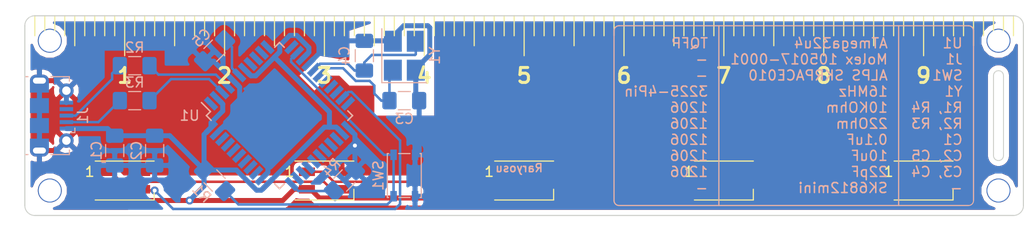
<source format=kicad_pcb>
(kicad_pcb (version 20171130) (host pcbnew "(5.0.1-3-g963ef8bb5)")

  (general
    (thickness 1.2)
    (drawings 136)
    (tracks 167)
    (zones 0)
    (modules 23)
    (nets 44)
  )

  (page A4)
  (layers
    (0 F.Cu signal)
    (31 B.Cu signal)
    (32 B.Adhes user)
    (33 F.Adhes user)
    (34 B.Paste user)
    (35 F.Paste user)
    (36 B.SilkS user)
    (37 F.SilkS user)
    (38 B.Mask user)
    (39 F.Mask user)
    (40 Dwgs.User user)
    (41 Cmts.User user)
    (42 Eco1.User user)
    (43 Eco2.User user)
    (44 Edge.Cuts user)
    (45 Margin user)
    (46 B.CrtYd user)
    (47 F.CrtYd user)
    (48 B.Fab user)
    (49 F.Fab user)
  )

  (setup
    (last_trace_width 0.25)
    (user_trace_width 0.5)
    (trace_clearance 0.2)
    (zone_clearance 0.508)
    (zone_45_only no)
    (trace_min 0.2)
    (segment_width 0.12)
    (edge_width 0.1)
    (via_size 0.8)
    (via_drill 0.4)
    (via_min_size 0.4)
    (via_min_drill 0.3)
    (uvia_size 0.3)
    (uvia_drill 0.1)
    (uvias_allowed no)
    (uvia_min_size 0.2)
    (uvia_min_drill 0.1)
    (pcb_text_width 0.3)
    (pcb_text_size 1.5 1.5)
    (mod_edge_width 0.15)
    (mod_text_size 1 1)
    (mod_text_width 0.15)
    (pad_size 4 4)
    (pad_drill 4)
    (pad_to_mask_clearance 0)
    (solder_mask_min_width 0.25)
    (aux_axis_origin 0 0)
    (grid_origin 60.7568 44.577)
    (visible_elements FFFFFF7F)
    (pcbplotparams
      (layerselection 0x010f0_ffffffff)
      (usegerberextensions false)
      (usegerberattributes false)
      (usegerberadvancedattributes false)
      (creategerberjobfile false)
      (excludeedgelayer true)
      (linewidth 0.100000)
      (plotframeref false)
      (viasonmask false)
      (mode 1)
      (useauxorigin false)
      (hpglpennumber 1)
      (hpglpenspeed 20)
      (hpglpendiameter 15.000000)
      (psnegative false)
      (psa4output false)
      (plotreference true)
      (plotvalue true)
      (plotinvisibletext false)
      (padsonsilk false)
      (subtractmaskfromsilk false)
      (outputformat 1)
      (mirror false)
      (drillshape 0)
      (scaleselection 1)
      (outputdirectory ""))
  )

  (net 0 "")
  (net 1 XTAL1)
  (net 2 UVCC)
  (net 3 "Net-(C5-Pad1)")
  (net 4 "Net-(J1-Pad2)")
  (net 5 "Net-(J1-Pad3)")
  (net 6 LED)
  (net 7 RESET)
  (net 8 D+)
  (net 9 D-)
  (net 10 "Net-(R4-Pad2)")
  (net 11 GND)
  (net 12 XTAL2)
  (net 13 "Net-(D1-Pad1)")
  (net 14 "Net-(D2-Pad1)")
  (net 15 "Net-(D3-Pad1)")
  (net 16 "Net-(D4-Pad1)")
  (net 17 "Net-(D5-Pad1)")
  (net 18 "Net-(J1-Pad4)")
  (net 19 "Net-(U1-Pad1)")
  (net 20 "Net-(U1-Pad8)")
  (net 21 "Net-(U1-Pad9)")
  (net 22 "Net-(U1-Pad10)")
  (net 23 "Net-(U1-Pad11)")
  (net 24 "Net-(U1-Pad12)")
  (net 25 SCL)
  (net 26 SDA)
  (net 27 DATA)
  (net 28 "Net-(U1-Pad22)")
  (net 29 COL1)
  (net 30 COL2)
  (net 31 COL3)
  (net 32 COL4)
  (net 33 COL5)
  (net 34 COL6)
  (net 35 COL7)
  (net 36 "Net-(U1-Pad32)")
  (net 37 ROW6)
  (net 38 ROW5)
  (net 39 ROW4)
  (net 40 ROW3)
  (net 41 ROW2)
  (net 42 ROW1)
  (net 43 "Net-(U1-Pad42)")

  (net_class Default "これはデフォルトのネット クラスです。"
    (clearance 0.2)
    (trace_width 0.25)
    (via_dia 0.8)
    (via_drill 0.4)
    (uvia_dia 0.3)
    (uvia_drill 0.1)
    (add_net COL1)
    (add_net COL2)
    (add_net COL3)
    (add_net COL4)
    (add_net COL5)
    (add_net COL6)
    (add_net COL7)
    (add_net D+)
    (add_net D-)
    (add_net DATA)
    (add_net GND)
    (add_net LED)
    (add_net "Net-(C5-Pad1)")
    (add_net "Net-(D1-Pad1)")
    (add_net "Net-(D2-Pad1)")
    (add_net "Net-(D3-Pad1)")
    (add_net "Net-(D4-Pad1)")
    (add_net "Net-(D5-Pad1)")
    (add_net "Net-(J1-Pad2)")
    (add_net "Net-(J1-Pad3)")
    (add_net "Net-(J1-Pad4)")
    (add_net "Net-(R4-Pad2)")
    (add_net "Net-(U1-Pad1)")
    (add_net "Net-(U1-Pad10)")
    (add_net "Net-(U1-Pad11)")
    (add_net "Net-(U1-Pad12)")
    (add_net "Net-(U1-Pad22)")
    (add_net "Net-(U1-Pad32)")
    (add_net "Net-(U1-Pad42)")
    (add_net "Net-(U1-Pad8)")
    (add_net "Net-(U1-Pad9)")
    (add_net RESET)
    (add_net ROW1)
    (add_net ROW2)
    (add_net ROW3)
    (add_net ROW4)
    (add_net ROW5)
    (add_net ROW6)
    (add_net SCL)
    (add_net SDA)
    (add_net UVCC)
    (add_net XTAL1)
    (add_net XTAL2)
  )

  (module local:raryosu_gold_small (layer B.Cu) (tedit 0) (tstamp 5D725A4B)
    (at 110.2568 53.327 180)
    (fp_text reference G*** (at 0 0 180) (layer B.SilkS) hide
      (effects (font (size 1.524 1.524) (thickness 0.3)) (justify mirror))
    )
    (fp_text value LOGO (at 0.75 0 180) (layer B.SilkS) hide
      (effects (font (size 1.524 1.524) (thickness 0.3)) (justify mirror))
    )
    (fp_poly (pts (xy -2.217589 4.608647) (xy -1.973098 4.579676) (xy -1.939636 4.574095) (xy -1.572536 4.494822)
      (xy -1.244172 4.390803) (xy -0.954618 4.26208) (xy -0.703946 4.108692) (xy -0.492229 3.930681)
      (xy -0.319537 3.728087) (xy -0.251205 3.623262) (xy -0.20391 3.546144) (xy -0.164265 3.49655)
      (xy -0.121583 3.470985) (xy -0.065174 3.465954) (xy 0.015648 3.477962) (xy 0.12179 3.501288)
      (xy 0.259604 3.536215) (xy 0.36384 3.573516) (xy 0.44686 3.620275) (xy 0.521026 3.683573)
      (xy 0.598701 3.770495) (xy 0.604996 3.778143) (xy 0.764932 3.948357) (xy 0.952992 4.107249)
      (xy 1.157334 4.246593) (xy 1.366115 4.358163) (xy 1.534539 4.423857) (xy 1.742857 4.470932)
      (xy 1.956118 4.480099) (xy 2.184921 4.451702) (xy 2.213449 4.445887) (xy 2.514015 4.364796)
      (xy 2.802963 4.252776) (xy 3.073954 4.113631) (xy 3.320649 3.95117) (xy 3.536706 3.769198)
      (xy 3.715787 3.571522) (xy 3.753082 3.521436) (xy 3.854216 3.379709) (xy 4.0397 3.35522)
      (xy 4.183238 3.32734) (xy 4.313246 3.28568) (xy 4.354699 3.267366) (xy 4.429346 3.225856)
      (xy 4.487238 3.178302) (xy 4.542134 3.111576) (xy 4.585976 3.046693) (xy 4.638461 2.971605)
      (xy 4.686766 2.912974) (xy 4.722196 2.881097) (xy 4.728005 2.878518) (xy 4.803601 2.859206)
      (xy 4.903976 2.835043) (xy 5.017305 2.808702) (xy 5.13176 2.782858) (xy 5.235517 2.760187)
      (xy 5.316749 2.743361) (xy 5.360521 2.735471) (xy 5.435559 2.714194) (xy 5.501068 2.679199)
      (xy 5.503081 2.677646) (xy 5.554057 2.616755) (xy 5.595528 2.528797) (xy 5.625202 2.426146)
      (xy 5.640789 2.321171) (xy 5.639995 2.226245) (xy 5.62053 2.153739) (xy 5.604347 2.130993)
      (xy 5.555657 2.105118) (xy 5.474382 2.093934) (xy 5.357896 2.09755) (xy 5.203571 2.116079)
      (xy 5.008778 2.149632) (xy 4.964546 2.158192) (xy 4.834806 2.182378) (xy 4.723835 2.199181)
      (xy 4.617554 2.20977) (xy 4.501883 2.21531) (xy 4.362745 2.216969) (xy 4.260273 2.216573)
      (xy 4.125164 2.21603) (xy 4.001771 2.216368) (xy 3.899414 2.217498) (xy 3.827411 2.219331)
      (xy 3.800103 2.22098) (xy 3.763082 2.221037) (xy 3.733021 2.20645) (xy 3.701131 2.169136)
      (xy 3.658626 2.101009) (xy 3.645748 2.078967) (xy 3.548635 1.928682) (xy 3.448294 1.804297)
      (xy 3.350431 1.712131) (xy 3.26926 1.661984) (xy 3.160817 1.626275) (xy 3.015501 1.594673)
      (xy 2.842488 1.567787) (xy 2.650957 1.54623) (xy 2.450082 1.530612) (xy 2.249041 1.521543)
      (xy 2.057011 1.519634) (xy 1.883167 1.525495) (xy 1.736687 1.539738) (xy 1.656773 1.554673)
      (xy 1.46243 1.621) (xy 1.262301 1.723514) (xy 1.066165 1.854921) (xy 0.883799 2.007928)
      (xy 0.724983 2.175241) (xy 0.606578 2.337955) (xy 0.524527 2.470727) (xy 0.371945 2.470594)
      (xy 0.221806 2.463906) (xy 0.070907 2.445579) (xy -0.071215 2.417828) (xy -0.195023 2.38287)
      (xy -0.290978 2.342922) (xy -0.346511 2.303614) (xy -0.386624 2.245676) (xy -0.41666 2.175709)
      (xy -0.43199 2.109046) (xy -0.427986 2.061022) (xy -0.422287 2.052505) (xy -0.391013 2.042584)
      (xy -0.32326 2.041226) (xy -0.215567 2.048477) (xy -0.135546 2.056421) (xy 0.025695 2.069352)
      (xy 0.150774 2.068432) (xy 0.247911 2.052573) (xy 0.325328 2.020685) (xy 0.370824 1.989353)
      (xy 0.413626 1.926297) (xy 0.43385 1.828147) (xy 0.431229 1.700242) (xy 0.405495 1.547923)
      (xy 0.395086 1.505368) (xy 0.373935 1.413032) (xy 0.359637 1.320304) (xy 0.351054 1.214779)
      (xy 0.34705 1.084053) (xy 0.346364 0.973511) (xy 0.345992 0.845134) (xy 0.343641 0.745905)
      (xy 0.337454 0.663475) (xy 0.325579 0.585496) (xy 0.306158 0.499621) (xy 0.277339 0.393502)
      (xy 0.239612 0.262854) (xy 0.197354 0.114044) (xy 0.166987 -0.004613) (xy 0.146017 -0.10685)
      (xy 0.131952 -0.206399) (xy 0.122299 -0.316993) (xy 0.116444 -0.415636) (xy 0.109248 -0.533392)
      (xy 0.101105 -0.636252) (xy 0.09292 -0.714506) (xy 0.085594 -0.75844) (xy 0.084205 -0.762497)
      (xy 0.041027 -0.813338) (xy -0.037517 -0.847959) (xy -0.155238 -0.867783) (xy -0.207818 -0.871565)
      (xy -0.306554 -0.874252) (xy -0.37727 -0.867825) (xy -0.437703 -0.849441) (xy -0.484909 -0.82715)
      (xy -0.571354 -0.767857) (xy -0.631153 -0.686404) (xy -0.639723 -0.669636) (xy -0.679579 -0.560119)
      (xy -0.713092 -0.409659) (xy -0.739662 -0.223136) (xy -0.758688 -0.005431) (xy -0.769569 0.238576)
      (xy -0.771972 0.404091) (xy -0.773545 0.842818) (xy -0.672249 1.004251) (xy -0.593084 1.144837)
      (xy -0.532762 1.2815) (xy -0.495453 1.403493) (xy -0.484945 1.487206) (xy -0.497782 1.564001)
      (xy -0.530267 1.645488) (xy -0.573462 1.712636) (xy -0.603639 1.739941) (xy -0.632894 1.745526)
      (xy -0.683039 1.735418) (xy -0.760496 1.707668) (xy -0.871689 1.660328) (xy -0.883948 1.654871)
      (xy -1.082376 1.576959) (xy -1.294408 1.511753) (xy -1.388673 1.488725) (xy -1.496079 1.462186)
      (xy -1.634507 1.423793) (xy -1.791494 1.377234) (xy -1.954576 1.3262) (xy -2.101272 1.277791)
      (xy -2.267472 1.222255) (xy -2.398925 1.180863) (xy -2.504092 1.151451) (xy -2.591431 1.131853)
      (xy -2.669403 1.119904) (xy -2.742549 1.113662) (xy -2.840978 1.109387) (xy -2.910913 1.112487)
      (xy -2.969847 1.126107) (xy -3.035274 1.153395) (xy -3.077367 1.17388) (xy -3.225947 1.260727)
      (xy -3.366289 1.367181) (xy -3.492548 1.486524) (xy -3.59888 1.612035) (xy -3.67944 1.736994)
      (xy -3.728386 1.854683) (xy -3.740856 1.936767) (xy -3.74692 1.982981) (xy -3.761686 2.048454)
      (xy -3.765032 2.060864) (xy -3.786413 2.118605) (xy -3.815438 2.143161) (xy -3.852129 2.147455)
      (xy -3.927785 2.132044) (xy -3.99546 2.082356) (xy -4.061654 1.993206) (xy -4.076032 1.968886)
      (xy -4.162523 1.84337) (xy -4.270279 1.725038) (xy -4.385905 1.627333) (xy -4.465731 1.577705)
      (xy -4.577849 1.536814) (xy -4.732906 1.506502) (xy -4.928822 1.487046) (xy -5.163519 1.478726)
      (xy -5.205482 1.478444) (xy -5.348963 1.484115) (xy -5.459468 1.505901) (xy -5.549009 1.549467)
      (xy -5.629595 1.620482) (xy -5.705861 1.714539) (xy -5.759395 1.790831) (xy -5.80251 1.858955)
      (xy -5.826861 1.905616) (xy -5.828253 1.909537) (xy -5.827399 1.952258) (xy -5.812314 2.027995)
      (xy -5.786023 2.126927) (xy -5.75155 2.239235) (xy -5.711921 2.355098) (xy -5.670161 2.464696)
      (xy -5.629295 2.558208) (xy -5.626938 2.563091) (xy -5.576454 2.667) (xy -5.380182 2.672413)
      (xy -5.227341 2.679351) (xy -5.066765 2.691404) (xy -4.905304 2.707559) (xy -4.74981 2.726807)
      (xy -4.607134 2.748136) (xy -4.484128 2.770537) (xy -4.387643 2.792998) (xy -4.324531 2.814509)
      (xy -4.30219 2.831422) (xy -4.300156 2.869421) (xy -4.306908 2.93721) (xy -4.319735 3.013388)
      (xy -4.335014 3.103516) (xy -4.335792 3.127942) (xy -2.983821 3.127942) (xy -2.976899 3.009001)
      (xy -2.933422 2.884805) (xy -2.853201 2.761337) (xy -2.808807 2.711448) (xy -2.687477 2.586182)
      (xy -2.400147 2.586523) (xy -2.242466 2.590398) (xy -2.100284 2.60091) (xy -1.987137 2.616963)
      (xy -1.964748 2.621767) (xy -1.839283 2.66256) (xy -1.712516 2.722914) (xy -1.598536 2.794733)
      (xy -1.511437 2.869919) (xy -1.491122 2.893922) (xy -1.43435 3.002532) (xy -1.414982 3.121795)
      (xy -1.427836 3.212208) (xy -1.429002 3.215633) (xy 1.64291 3.215633) (xy 1.644386 3.143612)
      (xy 1.645149 3.135406) (xy 1.660429 3.057604) (xy 1.68631 2.994155) (xy 1.69771 2.978144)
      (xy 1.774045 2.924923) (xy 1.876279 2.895593) (xy 1.990078 2.891368) (xy 2.10111 2.913463)
      (xy 2.159 2.939046) (xy 2.246687 3.009264) (xy 2.304899 3.098798) (xy 2.33126 3.197372)
      (xy 2.323393 3.294705) (xy 2.278922 3.38052) (xy 2.264686 3.39614) (xy 2.220676 3.434599)
      (xy 2.175942 3.454929) (xy 2.1133 3.462693) (xy 2.056126 3.463636) (xy 1.917372 3.452169)
      (xy 1.809357 3.415128) (xy 1.722008 3.348559) (xy 1.699393 3.323507) (xy 1.659019 3.267877)
      (xy 1.64291 3.215633) (xy -1.429002 3.215633) (xy -1.487521 3.387493) (xy -1.55007 3.518817)
      (xy -1.617066 3.608384) (xy -1.690094 3.658397) (xy -1.75814 3.671455) (xy -1.812607 3.662015)
      (xy -1.893277 3.636955) (xy -1.984974 3.601167) (xy -2.008909 3.590636) (xy -2.097538 3.553234)
      (xy -2.175441 3.525011) (xy -2.229189 3.510695) (xy -2.238577 3.509818) (xy -2.311944 3.503737)
      (xy -2.41372 3.487678) (xy -2.528448 3.464921) (xy -2.640673 3.438745) (xy -2.734939 3.41243)
      (xy -2.787158 3.393427) (xy -2.88876 3.326136) (xy -2.954378 3.235648) (xy -2.983821 3.127942)
      (xy -4.335792 3.127942) (xy -4.337152 3.170597) (xy -4.325473 3.23605) (xy -4.311175 3.284644)
      (xy -4.233341 3.466607) (xy -4.111311 3.660539) (xy -3.945371 3.865996) (xy -3.907582 3.907734)
      (xy -3.826273 3.997389) (xy -3.772098 4.061905) (xy -3.739961 4.109219) (xy -3.724768 4.147267)
      (xy -3.721421 4.183985) (xy -3.722019 4.196737) (xy -3.71883 4.256252) (xy -3.692931 4.302624)
      (xy -3.649536 4.343371) (xy -3.523359 4.424882) (xy -3.359519 4.493412) (xy -3.164937 4.548025)
      (xy -2.946533 4.587789) (xy -2.711227 4.61177) (xy -2.465939 4.619034) (xy -2.217589 4.608647)) (layer B.Mask) (width 0.01))
    (fp_poly (pts (xy 1.402701 -0.930077) (xy 1.553283 -0.94674) (xy 1.723652 -0.97228) (xy 1.90417 -1.004731)
      (xy 2.085196 -1.042123) (xy 2.257092 -1.082488) (xy 2.410217 -1.12386) (xy 2.534933 -1.16427)
      (xy 2.609273 -1.195324) (xy 2.700141 -1.249512) (xy 2.76141 -1.31125) (xy 2.789692 -1.35611)
      (xy 2.82435 -1.435646) (xy 2.862189 -1.549062) (xy 2.90023 -1.684469) (xy 2.935496 -1.829976)
      (xy 2.965007 -1.973695) (xy 2.985784 -2.103737) (xy 2.992421 -2.165256) (xy 2.997911 -2.278429)
      (xy 2.991757 -2.376517) (xy 2.970495 -2.467537) (xy 2.930663 -2.559507) (xy 2.868797 -2.660443)
      (xy 2.781435 -2.778361) (xy 2.666611 -2.919485) (xy 2.593363 -3.010566) (xy 2.54861 -3.07531)
      (xy 2.528426 -3.120273) (xy 2.52836 -3.150394) (xy 2.544832 -3.232512) (xy 2.554585 -3.338196)
      (xy 2.556985 -3.448583) (xy 2.551398 -3.544811) (xy 2.543178 -3.590852) (xy 2.484065 -3.730748)
      (xy 2.389659 -3.859953) (xy 2.301092 -3.941336) (xy 2.245845 -3.978791) (xy 2.159911 -4.031557)
      (xy 2.053542 -4.093573) (xy 1.936989 -4.158775) (xy 1.893067 -4.182639) (xy 1.581728 -4.350333)
      (xy 1.235364 -4.351763) (xy 0.889 -4.353192) (xy 0.715818 -4.450726) (xy 0.617469 -4.503036)
      (xy 0.538844 -4.533609) (xy 0.464395 -4.544491) (xy 0.378577 -4.537729) (xy 0.265843 -4.515369)
      (xy 0.250727 -4.511954) (xy 0.17018 -4.494804) (xy 0.108884 -4.487263) (xy 0.050499 -4.489948)
      (xy -0.021316 -4.503474) (xy -0.11174 -4.52563) (xy -0.272708 -4.559091) (xy -0.434383 -4.579709)
      (xy -0.583901 -4.586574) (xy -0.708397 -4.578777) (xy -0.750454 -4.570831) (xy -0.820061 -4.551304)
      (xy -0.912527 -4.522119) (xy -1.004454 -4.490772) (xy -1.114407 -4.45698) (xy -1.236003 -4.427537)
      (xy -1.324505 -4.411657) (xy -1.446204 -4.386412) (xy -1.547828 -4.342936) (xy -1.639869 -4.274237)
      (xy -1.732817 -4.173323) (xy -1.786448 -4.10383) (xy -1.854837 -4.016177) (xy -1.926189 -3.932495)
      (xy -1.987533 -3.867822) (xy -2.000182 -3.856031) (xy -2.029292 -3.830338) (xy -2.058334 -3.806086)
      (xy -2.092083 -3.779988) (xy -2.135314 -3.748755) (xy -2.192804 -3.7091) (xy -2.204065 -3.701541)
      (xy -0.978988 -3.701541) (xy -0.969535 -3.791329) (xy -0.937195 -3.853923) (xy -0.910124 -3.879559)
      (xy -0.876352 -3.900741) (xy -0.830655 -3.918351) (xy -0.767806 -3.933272) (xy -0.68258 -3.946386)
      (xy -0.56975 -3.958575) (xy -0.424091 -3.97072) (xy -0.240376 -3.983704) (xy -0.122364 -3.991448)
      (xy -0.070312 -3.988592) (xy 0.004586 -3.977631) (xy 0.045161 -3.969698) (xy 0.166043 -3.92152)
      (xy 0.273427 -3.836514) (xy 0.358076 -3.723838) (xy 0.405424 -3.612558) (xy 0.425395 -3.506488)
      (xy 0.412172 -3.424289) (xy 0.362298 -3.354498) (xy 0.315932 -3.315715) (xy 0.278926 -3.292842)
      (xy 0.235628 -3.278802) (xy 0.1746 -3.271806) (xy 0.0844 -3.270065) (xy 0.027295 -3.270572)
      (xy -0.08774 -3.274952) (xy -0.220265 -3.284496) (xy -0.360366 -3.297992) (xy -0.498127 -3.314226)
      (xy -0.623635 -3.331985) (xy -0.726975 -3.350054) (xy -0.798233 -3.367222) (xy -0.816029 -3.373789)
      (xy -0.880246 -3.424712) (xy -0.931024 -3.50508) (xy -0.965045 -3.601741) (xy -0.978988 -3.701541)
      (xy -2.204065 -3.701541) (xy -2.269327 -3.657736) (xy -2.369661 -3.591374) (xy -2.498579 -3.506728)
      (xy -2.660859 -3.400509) (xy -2.681599 -3.386944) (xy -2.85889 -3.265033) (xy -3.02141 -3.141711)
      (xy -3.163678 -3.021808) (xy -3.280213 -2.910152) (xy -3.365533 -2.811573) (xy -3.405988 -2.748648)
      (xy -3.438677 -2.661763) (xy -3.444273 -2.573761) (xy -3.421465 -2.474614) (xy -3.413662 -2.456738)
      (xy -2.309091 -2.456738) (xy -2.286251 -2.521303) (xy -2.217942 -2.579609) (xy -2.104485 -2.631428)
      (xy -2.034076 -2.653931) (xy -1.950819 -2.678135) (xy -1.838421 -2.711179) (xy -1.71197 -2.748612)
      (xy -1.593272 -2.783975) (xy -1.27878 -2.872538) (xy -1.001483 -2.9391) (xy -0.762566 -2.98339)
      (xy -0.646545 -2.998307) (xy -0.520283 -3.008238) (xy -0.367644 -3.015298) (xy -0.199721 -3.019456)
      (xy -0.027603 -3.020685) (xy 0.137618 -3.018955) (xy 0.284851 -3.014239) (xy 0.403006 -3.006507)
      (xy 0.450273 -3.001144) (xy 0.609996 -2.973371) (xy 0.784719 -2.93412) (xy 0.965752 -2.886169)
      (xy 1.144408 -2.832295) (xy 1.311996 -2.775275) (xy 1.459828 -2.717885) (xy 1.579213 -2.662902)
      (xy 1.659223 -2.614793) (xy 1.741734 -2.529163) (xy 1.786547 -2.421531) (xy 1.795143 -2.287915)
      (xy 1.792563 -2.256921) (xy 1.755809 -2.09474) (xy 1.681187 -1.956974) (xy 1.567284 -1.84177)
      (xy 1.412685 -1.747275) (xy 1.39851 -1.740552) (xy 1.309023 -1.703313) (xy 1.238548 -1.688577)
      (xy 1.167044 -1.694199) (xy 1.105442 -1.709154) (xy 1.010266 -1.751598) (xy 0.942724 -1.813359)
      (xy 0.90609 -1.885995) (xy 0.903639 -1.961065) (xy 0.938646 -2.030128) (xy 0.969818 -2.058742)
      (xy 1.024186 -2.113942) (xy 1.035473 -2.16441) (xy 1.003518 -2.205701) (xy 0.975591 -2.219866)
      (xy 0.931542 -2.232318) (xy 0.851337 -2.250341) (xy 0.744386 -2.271995) (xy 0.6201 -2.29534)
      (xy 0.542637 -2.30909) (xy 0.400907 -2.334911) (xy 0.259813 -2.362752) (xy 0.132472 -2.389882)
      (xy 0.031999 -2.41357) (xy 0.000464 -2.421978) (xy -0.113701 -2.451451) (xy -0.209952 -2.467319)
      (xy -0.296842 -2.467421) (xy -0.382922 -2.449598) (xy -0.476746 -2.411687) (xy -0.586867 -2.35153)
      (xy -0.721838 -2.266966) (xy -0.790036 -2.222303) (xy -0.999273 -2.094387) (xy -1.18911 -2.000896)
      (xy -1.367214 -1.938838) (xy -1.541252 -1.90522) (xy -1.6194 -1.89862) (xy -1.737754 -1.896545)
      (xy -1.837556 -1.90278) (xy -1.900116 -1.914934) (xy -1.977658 -1.957713) (xy -2.062096 -2.031742)
      (xy -2.145284 -2.126229) (xy -2.219075 -2.23038) (xy -2.275322 -2.333403) (xy -2.305878 -2.424504)
      (xy -2.309091 -2.456738) (xy -3.413662 -2.456738) (xy -3.368944 -2.354295) (xy -3.349637 -2.317137)
      (xy -3.187219 -2.059496) (xy -2.991386 -1.831479) (xy -2.765595 -1.636523) (xy -2.5133 -1.478064)
      (xy -2.497616 -1.469906) (xy -2.253097 -1.357422) (xy -2.001097 -1.26601) (xy -1.752231 -1.198637)
      (xy -1.517109 -1.158271) (xy -1.344376 -1.147412) (xy -1.287175 -1.147736) (xy -1.23864 -1.15091)
      (xy -1.191482 -1.159587) (xy -1.13841 -1.176425) (xy -1.072137 -1.204079) (xy -0.985371 -1.245205)
      (xy -0.870824 -1.302458) (xy -0.749119 -1.364288) (xy -0.581545 -1.448811) (xy -0.447492 -1.512575)
      (xy -0.339513 -1.556142) (xy -0.250165 -1.580075) (xy -0.172002 -1.584938) (xy -0.09758 -1.571294)
      (xy -0.019455 -1.539705) (xy 0.069819 -1.490736) (xy 0.164074 -1.433367) (xy 0.380926 -1.300832)
      (xy 0.564544 -1.192373) (xy 0.719691 -1.105816) (xy 0.851133 -1.038993) (xy 0.963635 -0.989732)
      (xy 1.06196 -0.955863) (xy 1.150875 -0.935214) (xy 1.235142 -0.925616) (xy 1.281546 -0.924259)
      (xy 1.402701 -0.930077)) (layer B.Mask) (width 0.01))
  )

  (module Capacitor_SMD:C_1206_3216Metric_Pad1.42x1.75mm_HandSolder (layer B.Cu) (tedit 5B301BBE) (tstamp 5D709AB1)
    (at 69.7568 58.077 270)
    (descr "Capacitor SMD 1206 (3216 Metric), square (rectangular) end terminal, IPC_7351 nominal with elongated pad for handsoldering. (Body size source: http://www.tortai-tech.com/upload/download/2011102023233369053.pdf), generated with kicad-footprint-generator")
    (tags "capacitor handsolder")
    (path /5D562FB7)
    (attr smd)
    (fp_text reference C1 (at 0 1.82 270) (layer B.SilkS)
      (effects (font (size 1 1) (thickness 0.15)) (justify mirror))
    )
    (fp_text value C (at 0 -1.82 270) (layer B.Fab)
      (effects (font (size 1 1) (thickness 0.15)) (justify mirror))
    )
    (fp_text user %R (at 0 0 270) (layer B.Fab)
      (effects (font (size 0.8 0.8) (thickness 0.12)) (justify mirror))
    )
    (fp_line (start 2.45 -1.12) (end -2.45 -1.12) (layer B.CrtYd) (width 0.05))
    (fp_line (start 2.45 1.12) (end 2.45 -1.12) (layer B.CrtYd) (width 0.05))
    (fp_line (start -2.45 1.12) (end 2.45 1.12) (layer B.CrtYd) (width 0.05))
    (fp_line (start -2.45 -1.12) (end -2.45 1.12) (layer B.CrtYd) (width 0.05))
    (fp_line (start -0.602064 -0.91) (end 0.602064 -0.91) (layer B.SilkS) (width 0.12))
    (fp_line (start -0.602064 0.91) (end 0.602064 0.91) (layer B.SilkS) (width 0.12))
    (fp_line (start 1.6 -0.8) (end -1.6 -0.8) (layer B.Fab) (width 0.1))
    (fp_line (start 1.6 0.8) (end 1.6 -0.8) (layer B.Fab) (width 0.1))
    (fp_line (start -1.6 0.8) (end 1.6 0.8) (layer B.Fab) (width 0.1))
    (fp_line (start -1.6 -0.8) (end -1.6 0.8) (layer B.Fab) (width 0.1))
    (pad 2 smd roundrect (at 1.4875 0 270) (size 1.425 1.75) (layers B.Cu B.Paste B.Mask) (roundrect_rratio 0.175439)
      (net 11 GND))
    (pad 1 smd roundrect (at -1.4875 0 270) (size 1.425 1.75) (layers B.Cu B.Paste B.Mask) (roundrect_rratio 0.175439)
      (net 2 UVCC))
    (model ${KISYS3DMOD}/Capacitor_SMD.3dshapes/C_1206_3216Metric.wrl
      (at (xyz 0 0 0))
      (scale (xyz 1 1 1))
      (rotate (xyz 0 0 0))
    )
  )

  (module Capacitor_SMD:C_1206_3216Metric_Pad1.42x1.75mm_HandSolder (layer B.Cu) (tedit 5B301BBE) (tstamp 5D709AC2)
    (at 73.7568 58.077 270)
    (descr "Capacitor SMD 1206 (3216 Metric), square (rectangular) end terminal, IPC_7351 nominal with elongated pad for handsoldering. (Body size source: http://www.tortai-tech.com/upload/download/2011102023233369053.pdf), generated with kicad-footprint-generator")
    (tags "capacitor handsolder")
    (path /5D563082)
    (attr smd)
    (fp_text reference C2 (at 0 1.82 270) (layer B.SilkS)
      (effects (font (size 1 1) (thickness 0.15)) (justify mirror))
    )
    (fp_text value C (at 0 -1.82 270) (layer B.Fab)
      (effects (font (size 1 1) (thickness 0.15)) (justify mirror))
    )
    (fp_line (start -1.6 -0.8) (end -1.6 0.8) (layer B.Fab) (width 0.1))
    (fp_line (start -1.6 0.8) (end 1.6 0.8) (layer B.Fab) (width 0.1))
    (fp_line (start 1.6 0.8) (end 1.6 -0.8) (layer B.Fab) (width 0.1))
    (fp_line (start 1.6 -0.8) (end -1.6 -0.8) (layer B.Fab) (width 0.1))
    (fp_line (start -0.602064 0.91) (end 0.602064 0.91) (layer B.SilkS) (width 0.12))
    (fp_line (start -0.602064 -0.91) (end 0.602064 -0.91) (layer B.SilkS) (width 0.12))
    (fp_line (start -2.45 -1.12) (end -2.45 1.12) (layer B.CrtYd) (width 0.05))
    (fp_line (start -2.45 1.12) (end 2.45 1.12) (layer B.CrtYd) (width 0.05))
    (fp_line (start 2.45 1.12) (end 2.45 -1.12) (layer B.CrtYd) (width 0.05))
    (fp_line (start 2.45 -1.12) (end -2.45 -1.12) (layer B.CrtYd) (width 0.05))
    (fp_text user %R (at 0 0 270) (layer B.Fab)
      (effects (font (size 0.8 0.8) (thickness 0.12)) (justify mirror))
    )
    (pad 1 smd roundrect (at -1.4875 0 270) (size 1.425 1.75) (layers B.Cu B.Paste B.Mask) (roundrect_rratio 0.175439)
      (net 2 UVCC))
    (pad 2 smd roundrect (at 1.4875 0 270) (size 1.425 1.75) (layers B.Cu B.Paste B.Mask) (roundrect_rratio 0.175439)
      (net 11 GND))
    (model ${KISYS3DMOD}/Capacitor_SMD.3dshapes/C_1206_3216Metric.wrl
      (at (xyz 0 0 0))
      (scale (xyz 1 1 1))
      (rotate (xyz 0 0 0))
    )
  )

  (module Capacitor_SMD:C_1206_3216Metric_Pad1.42x1.75mm_HandSolder (layer B.Cu) (tedit 5B301BBE) (tstamp 5D709AD3)
    (at 98.7568 53.077)
    (descr "Capacitor SMD 1206 (3216 Metric), square (rectangular) end terminal, IPC_7351 nominal with elongated pad for handsoldering. (Body size source: http://www.tortai-tech.com/upload/download/2011102023233369053.pdf), generated with kicad-footprint-generator")
    (tags "capacitor handsolder")
    (path /5D563F34)
    (attr smd)
    (fp_text reference C3 (at 0 1.82) (layer B.SilkS)
      (effects (font (size 1 1) (thickness 0.15)) (justify mirror))
    )
    (fp_text value C_Small (at 0 -1.82) (layer B.Fab)
      (effects (font (size 1 1) (thickness 0.15)) (justify mirror))
    )
    (fp_text user %R (at 0 0) (layer B.Fab)
      (effects (font (size 0.8 0.8) (thickness 0.12)) (justify mirror))
    )
    (fp_line (start 2.45 -1.12) (end -2.45 -1.12) (layer B.CrtYd) (width 0.05))
    (fp_line (start 2.45 1.12) (end 2.45 -1.12) (layer B.CrtYd) (width 0.05))
    (fp_line (start -2.45 1.12) (end 2.45 1.12) (layer B.CrtYd) (width 0.05))
    (fp_line (start -2.45 -1.12) (end -2.45 1.12) (layer B.CrtYd) (width 0.05))
    (fp_line (start -0.602064 -0.91) (end 0.602064 -0.91) (layer B.SilkS) (width 0.12))
    (fp_line (start -0.602064 0.91) (end 0.602064 0.91) (layer B.SilkS) (width 0.12))
    (fp_line (start 1.6 -0.8) (end -1.6 -0.8) (layer B.Fab) (width 0.1))
    (fp_line (start 1.6 0.8) (end 1.6 -0.8) (layer B.Fab) (width 0.1))
    (fp_line (start -1.6 0.8) (end 1.6 0.8) (layer B.Fab) (width 0.1))
    (fp_line (start -1.6 -0.8) (end -1.6 0.8) (layer B.Fab) (width 0.1))
    (pad 2 smd roundrect (at 1.4875 0) (size 1.425 1.75) (layers B.Cu B.Paste B.Mask) (roundrect_rratio 0.175439)
      (net 11 GND))
    (pad 1 smd roundrect (at -1.4875 0) (size 1.425 1.75) (layers B.Cu B.Paste B.Mask) (roundrect_rratio 0.175439)
      (net 1 XTAL1))
    (model ${KISYS3DMOD}/Capacitor_SMD.3dshapes/C_1206_3216Metric.wrl
      (at (xyz 0 0 0))
      (scale (xyz 1 1 1))
      (rotate (xyz 0 0 0))
    )
  )

  (module Capacitor_SMD:C_1206_3216Metric_Pad1.42x1.75mm_HandSolder (layer B.Cu) (tedit 5B301BBE) (tstamp 5D709AE4)
    (at 94.7568 48.577 90)
    (descr "Capacitor SMD 1206 (3216 Metric), square (rectangular) end terminal, IPC_7351 nominal with elongated pad for handsoldering. (Body size source: http://www.tortai-tech.com/upload/download/2011102023233369053.pdf), generated with kicad-footprint-generator")
    (tags "capacitor handsolder")
    (path /5D563FF0)
    (attr smd)
    (fp_text reference C4 (at 0 -2 90) (layer B.SilkS)
      (effects (font (size 1 1) (thickness 0.15)) (justify mirror))
    )
    (fp_text value C_Small (at 0 -1.82 90) (layer B.Fab)
      (effects (font (size 1 1) (thickness 0.15)) (justify mirror))
    )
    (fp_line (start -1.6 -0.8) (end -1.6 0.8) (layer B.Fab) (width 0.1))
    (fp_line (start -1.6 0.8) (end 1.6 0.8) (layer B.Fab) (width 0.1))
    (fp_line (start 1.6 0.8) (end 1.6 -0.8) (layer B.Fab) (width 0.1))
    (fp_line (start 1.6 -0.8) (end -1.6 -0.8) (layer B.Fab) (width 0.1))
    (fp_line (start -0.602064 0.91) (end 0.602064 0.91) (layer B.SilkS) (width 0.12))
    (fp_line (start -0.602064 -0.91) (end 0.602064 -0.91) (layer B.SilkS) (width 0.12))
    (fp_line (start -2.45 -1.12) (end -2.45 1.12) (layer B.CrtYd) (width 0.05))
    (fp_line (start -2.45 1.12) (end 2.45 1.12) (layer B.CrtYd) (width 0.05))
    (fp_line (start 2.45 1.12) (end 2.45 -1.12) (layer B.CrtYd) (width 0.05))
    (fp_line (start 2.45 -1.12) (end -2.45 -1.12) (layer B.CrtYd) (width 0.05))
    (fp_text user %R (at 0 0 90) (layer B.Fab)
      (effects (font (size 0.8 0.8) (thickness 0.12)) (justify mirror))
    )
    (pad 1 smd roundrect (at -1.4875 0 90) (size 1.425 1.75) (layers B.Cu B.Paste B.Mask) (roundrect_rratio 0.175439)
      (net 12 XTAL2))
    (pad 2 smd roundrect (at 1.4875 0 90) (size 1.425 1.75) (layers B.Cu B.Paste B.Mask) (roundrect_rratio 0.175439)
      (net 11 GND))
    (model ${KISYS3DMOD}/Capacitor_SMD.3dshapes/C_1206_3216Metric.wrl
      (at (xyz 0 0 0))
      (scale (xyz 1 1 1))
      (rotate (xyz 0 0 0))
    )
  )

  (module Capacitor_SMD:C_1206_3216Metric_Pad1.42x1.75mm_HandSolder (layer B.Cu) (tedit 5B301BBE) (tstamp 5D86F8AD)
    (at 79.7568 48.077 225)
    (descr "Capacitor SMD 1206 (3216 Metric), square (rectangular) end terminal, IPC_7351 nominal with elongated pad for handsoldering. (Body size source: http://www.tortai-tech.com/upload/download/2011102023233369053.pdf), generated with kicad-footprint-generator")
    (tags "capacitor handsolder")
    (path /5D562631)
    (attr smd)
    (fp_text reference C5 (at 0 1.82 225) (layer B.SilkS)
      (effects (font (size 1 1) (thickness 0.15)) (justify mirror))
    )
    (fp_text value C (at 0 -1.82 225) (layer B.Fab)
      (effects (font (size 1 1) (thickness 0.15)) (justify mirror))
    )
    (fp_line (start -1.6 -0.8) (end -1.6 0.8) (layer B.Fab) (width 0.1))
    (fp_line (start -1.6 0.8) (end 1.6 0.8) (layer B.Fab) (width 0.1))
    (fp_line (start 1.6 0.8) (end 1.6 -0.8) (layer B.Fab) (width 0.1))
    (fp_line (start 1.6 -0.8) (end -1.6 -0.8) (layer B.Fab) (width 0.1))
    (fp_line (start -0.602064 0.91) (end 0.602064 0.91) (layer B.SilkS) (width 0.12))
    (fp_line (start -0.602064 -0.91) (end 0.602064 -0.91) (layer B.SilkS) (width 0.12))
    (fp_line (start -2.45 -1.12) (end -2.45 1.12) (layer B.CrtYd) (width 0.05))
    (fp_line (start -2.45 1.12) (end 2.45 1.12) (layer B.CrtYd) (width 0.05))
    (fp_line (start 2.45 1.12) (end 2.45 -1.12) (layer B.CrtYd) (width 0.05))
    (fp_line (start 2.45 -1.12) (end -2.45 -1.12) (layer B.CrtYd) (width 0.05))
    (fp_text user %R (at 0 0 225) (layer B.Fab)
      (effects (font (size 0.8 0.8) (thickness 0.12)) (justify mirror))
    )
    (pad 1 smd roundrect (at -1.4875 0 225) (size 1.425 1.75) (layers B.Cu B.Paste B.Mask) (roundrect_rratio 0.175439)
      (net 3 "Net-(C5-Pad1)"))
    (pad 2 smd roundrect (at 1.4875 0 225) (size 1.425 1.75) (layers B.Cu B.Paste B.Mask) (roundrect_rratio 0.175439)
      (net 11 GND))
    (model ${KISYS3DMOD}/Capacitor_SMD.3dshapes/C_1206_3216Metric.wrl
      (at (xyz 0 0 0))
      (scale (xyz 1 1 1))
      (rotate (xyz 0 0 0))
    )
  )

  (module Connector_USB:USB_Micro-B_Molex-105017-0001 (layer B.Cu) (tedit 5A1DC0BE) (tstamp 5D709B1E)
    (at 63.4568 54.577 90)
    (descr http://www.molex.com/pdm_docs/sd/1050170001_sd.pdf)
    (tags "Micro-USB SMD Typ-B")
    (path /5D55AAB4)
    (attr smd)
    (fp_text reference J1 (at 0 3.1125 90) (layer B.SilkS)
      (effects (font (size 1 1) (thickness 0.15)) (justify mirror))
    )
    (fp_text value USB_B_Micro (at 0.3 -4.3375 90) (layer B.Fab)
      (effects (font (size 1 1) (thickness 0.15)) (justify mirror))
    )
    (fp_text user "PCB Edge" (at 0 -2.6875 90) (layer Dwgs.User)
      (effects (font (size 0.5 0.5) (thickness 0.08)))
    )
    (fp_text user %R (at 0 -0.8875 90) (layer B.Fab)
      (effects (font (size 1 1) (thickness 0.15)) (justify mirror))
    )
    (fp_line (start -4.4 -3.64) (end 4.4 -3.64) (layer B.CrtYd) (width 0.05))
    (fp_line (start 4.4 2.46) (end 4.4 -3.64) (layer B.CrtYd) (width 0.05))
    (fp_line (start -4.4 2.46) (end 4.4 2.46) (layer B.CrtYd) (width 0.05))
    (fp_line (start -4.4 -3.64) (end -4.4 2.46) (layer B.CrtYd) (width 0.05))
    (fp_line (start -3.9 1.7625) (end -3.45 1.7625) (layer B.SilkS) (width 0.12))
    (fp_line (start -3.9 -0.0875) (end -3.9 1.7625) (layer B.SilkS) (width 0.12))
    (fp_line (start 3.9 -2.6375) (end 3.9 -2.3875) (layer B.SilkS) (width 0.12))
    (fp_line (start 3.75 -3.3875) (end 3.75 1.6125) (layer B.Fab) (width 0.1))
    (fp_line (start -3 -2.689204) (end 3 -2.689204) (layer B.Fab) (width 0.1))
    (fp_line (start -3.75 -3.389204) (end 3.75 -3.389204) (layer B.Fab) (width 0.1))
    (fp_line (start -3.75 1.6125) (end 3.75 1.6125) (layer B.Fab) (width 0.1))
    (fp_line (start -3.75 -3.3875) (end -3.75 1.6125) (layer B.Fab) (width 0.1))
    (fp_line (start -3.9 -2.6375) (end -3.9 -2.3875) (layer B.SilkS) (width 0.12))
    (fp_line (start 3.9 -0.0875) (end 3.9 1.7625) (layer B.SilkS) (width 0.12))
    (fp_line (start 3.9 1.7625) (end 3.45 1.7625) (layer B.SilkS) (width 0.12))
    (fp_line (start -1.7 2.3125) (end -1.25 2.3125) (layer B.SilkS) (width 0.12))
    (fp_line (start -1.7 2.3125) (end -1.7 1.8625) (layer B.SilkS) (width 0.12))
    (fp_line (start -1.3 1.7125) (end -1.5 1.9125) (layer B.Fab) (width 0.1))
    (fp_line (start -1.1 1.9125) (end -1.3 1.7125) (layer B.Fab) (width 0.1))
    (fp_line (start -1.5 2.1225) (end -1.1 2.1225) (layer B.Fab) (width 0.1))
    (fp_line (start -1.5 2.1225) (end -1.5 1.9125) (layer B.Fab) (width 0.1))
    (fp_line (start -1.1 2.1225) (end -1.1 1.9125) (layer B.Fab) (width 0.1))
    (pad 6 smd rect (at 1 -1.2375 90) (size 1.5 1.9) (layers B.Cu B.Paste B.Mask)
      (net 11 GND))
    (pad 6 thru_hole circle (at -2.5 1.4625 90) (size 1.45 1.45) (drill 0.85) (layers *.Cu *.Mask)
      (net 11 GND))
    (pad 2 smd rect (at -0.65 1.4625 90) (size 0.4 1.35) (layers B.Cu B.Paste B.Mask)
      (net 4 "Net-(J1-Pad2)"))
    (pad 1 smd rect (at -1.3 1.4625 90) (size 0.4 1.35) (layers B.Cu B.Paste B.Mask)
      (net 2 UVCC))
    (pad 5 smd rect (at 1.3 1.4625 90) (size 0.4 1.35) (layers B.Cu B.Paste B.Mask)
      (net 11 GND))
    (pad 4 smd rect (at 0.65 1.4625 90) (size 0.4 1.35) (layers B.Cu B.Paste B.Mask)
      (net 18 "Net-(J1-Pad4)"))
    (pad 3 smd rect (at 0 1.4625 90) (size 0.4 1.35) (layers B.Cu B.Paste B.Mask)
      (net 5 "Net-(J1-Pad3)"))
    (pad 6 thru_hole circle (at 2.5 1.4625 90) (size 1.45 1.45) (drill 0.85) (layers *.Cu *.Mask)
      (net 11 GND))
    (pad 6 smd rect (at -1 -1.2375 90) (size 1.5 1.9) (layers B.Cu B.Paste B.Mask)
      (net 11 GND))
    (pad 6 thru_hole oval (at -3.5 -1.2375 270) (size 1.2 1.9) (drill oval 0.6 1.3) (layers *.Cu *.Mask)
      (net 11 GND))
    (pad 6 thru_hole oval (at 3.5 -1.2375 90) (size 1.2 1.9) (drill oval 0.6 1.3) (layers *.Cu *.Mask)
      (net 11 GND))
    (pad 6 smd rect (at 2.9 -1.2375 90) (size 1.2 1.9) (layers B.Cu B.Mask)
      (net 11 GND))
    (pad 6 smd rect (at -2.9 -1.2375 90) (size 1.2 1.9) (layers B.Cu B.Mask)
      (net 11 GND))
    (model ${KISYS3DMOD}/Connector_USB.3dshapes/USB_Micro-B_Molex-105017-0001.wrl
      (at (xyz 0 0 0))
      (scale (xyz 1 1 1))
      (rotate (xyz 0 0 0))
    )
  )

  (module Resistor_SMD:R_1206_3216Metric_Pad1.42x1.75mm_HandSolder (layer B.Cu) (tedit 5B301BBD) (tstamp 5D86F87D)
    (at 79.7568 61.077 315)
    (descr "Resistor SMD 1206 (3216 Metric), square (rectangular) end terminal, IPC_7351 nominal with elongated pad for handsoldering. (Body size source: http://www.tortai-tech.com/upload/download/2011102023233369053.pdf), generated with kicad-footprint-generator")
    (tags "resistor handsolder")
    (path /5D561A31)
    (attr smd)
    (fp_text reference R1 (at 0 1.82 315) (layer B.SilkS)
      (effects (font (size 1 1) (thickness 0.15)) (justify mirror))
    )
    (fp_text value R (at 0 -1.82 315) (layer B.Fab)
      (effects (font (size 1 1) (thickness 0.15)) (justify mirror))
    )
    (fp_text user %R (at 0 0 315) (layer B.Fab)
      (effects (font (size 0.8 0.8) (thickness 0.12)) (justify mirror))
    )
    (fp_line (start 2.45 -1.12) (end -2.45 -1.12) (layer B.CrtYd) (width 0.05))
    (fp_line (start 2.45 1.12) (end 2.45 -1.12) (layer B.CrtYd) (width 0.05))
    (fp_line (start -2.45 1.12) (end 2.45 1.12) (layer B.CrtYd) (width 0.05))
    (fp_line (start -2.45 -1.12) (end -2.45 1.12) (layer B.CrtYd) (width 0.05))
    (fp_line (start -0.602064 -0.91) (end 0.602064 -0.91) (layer B.SilkS) (width 0.12))
    (fp_line (start -0.602064 0.91) (end 0.602064 0.91) (layer B.SilkS) (width 0.12))
    (fp_line (start 1.6 -0.8) (end -1.6 -0.8) (layer B.Fab) (width 0.1))
    (fp_line (start 1.6 0.8) (end 1.6 -0.8) (layer B.Fab) (width 0.1))
    (fp_line (start -1.6 0.8) (end 1.6 0.8) (layer B.Fab) (width 0.1))
    (fp_line (start -1.6 -0.8) (end -1.6 0.8) (layer B.Fab) (width 0.1))
    (pad 2 smd roundrect (at 1.4875 0 315) (size 1.425 1.75) (layers B.Cu B.Paste B.Mask) (roundrect_rratio 0.175439)
      (net 7 RESET))
    (pad 1 smd roundrect (at -1.4875 0 315) (size 1.425 1.75) (layers B.Cu B.Paste B.Mask) (roundrect_rratio 0.175439)
      (net 2 UVCC))
    (model ${KISYS3DMOD}/Resistor_SMD.3dshapes/R_1206_3216Metric.wrl
      (at (xyz 0 0 0))
      (scale (xyz 1 1 1))
      (rotate (xyz 0 0 0))
    )
  )

  (module Resistor_SMD:R_1206_3216Metric_Pad1.42x1.75mm_HandSolder (layer B.Cu) (tedit 5B301BBD) (tstamp 5D709B9A)
    (at 71.7568 49.577 180)
    (descr "Resistor SMD 1206 (3216 Metric), square (rectangular) end terminal, IPC_7351 nominal with elongated pad for handsoldering. (Body size source: http://www.tortai-tech.com/upload/download/2011102023233369053.pdf), generated with kicad-footprint-generator")
    (tags "resistor handsolder")
    (path /5D55ACE9)
    (attr smd)
    (fp_text reference R2 (at 0 1.82 180) (layer B.SilkS)
      (effects (font (size 1 1) (thickness 0.15)) (justify mirror))
    )
    (fp_text value R (at 0 -1.82 180) (layer B.Fab)
      (effects (font (size 1 1) (thickness 0.15)) (justify mirror))
    )
    (fp_text user %R (at 0 0 180) (layer B.Fab)
      (effects (font (size 0.8 0.8) (thickness 0.12)) (justify mirror))
    )
    (fp_line (start 2.45 -1.12) (end -2.45 -1.12) (layer B.CrtYd) (width 0.05))
    (fp_line (start 2.45 1.12) (end 2.45 -1.12) (layer B.CrtYd) (width 0.05))
    (fp_line (start -2.45 1.12) (end 2.45 1.12) (layer B.CrtYd) (width 0.05))
    (fp_line (start -2.45 -1.12) (end -2.45 1.12) (layer B.CrtYd) (width 0.05))
    (fp_line (start -0.602064 -0.91) (end 0.602064 -0.91) (layer B.SilkS) (width 0.12))
    (fp_line (start -0.602064 0.91) (end 0.602064 0.91) (layer B.SilkS) (width 0.12))
    (fp_line (start 1.6 -0.8) (end -1.6 -0.8) (layer B.Fab) (width 0.1))
    (fp_line (start 1.6 0.8) (end 1.6 -0.8) (layer B.Fab) (width 0.1))
    (fp_line (start -1.6 0.8) (end 1.6 0.8) (layer B.Fab) (width 0.1))
    (fp_line (start -1.6 -0.8) (end -1.6 0.8) (layer B.Fab) (width 0.1))
    (pad 2 smd roundrect (at 1.4875 0 180) (size 1.425 1.75) (layers B.Cu B.Paste B.Mask) (roundrect_rratio 0.175439)
      (net 5 "Net-(J1-Pad3)"))
    (pad 1 smd roundrect (at -1.4875 0 180) (size 1.425 1.75) (layers B.Cu B.Paste B.Mask) (roundrect_rratio 0.175439)
      (net 8 D+))
    (model ${KISYS3DMOD}/Resistor_SMD.3dshapes/R_1206_3216Metric.wrl
      (at (xyz 0 0 0))
      (scale (xyz 1 1 1))
      (rotate (xyz 0 0 0))
    )
  )

  (module Resistor_SMD:R_1206_3216Metric_Pad1.42x1.75mm_HandSolder (layer B.Cu) (tedit 5B301BBD) (tstamp 5D709BAB)
    (at 71.7568 53.077 180)
    (descr "Resistor SMD 1206 (3216 Metric), square (rectangular) end terminal, IPC_7351 nominal with elongated pad for handsoldering. (Body size source: http://www.tortai-tech.com/upload/download/2011102023233369053.pdf), generated with kicad-footprint-generator")
    (tags "resistor handsolder")
    (path /5D55AD64)
    (attr smd)
    (fp_text reference R3 (at 0 1.82 180) (layer B.SilkS)
      (effects (font (size 1 1) (thickness 0.15)) (justify mirror))
    )
    (fp_text value R (at 0 -1.82 180) (layer B.Fab)
      (effects (font (size 1 1) (thickness 0.15)) (justify mirror))
    )
    (fp_line (start -1.6 -0.8) (end -1.6 0.8) (layer B.Fab) (width 0.1))
    (fp_line (start -1.6 0.8) (end 1.6 0.8) (layer B.Fab) (width 0.1))
    (fp_line (start 1.6 0.8) (end 1.6 -0.8) (layer B.Fab) (width 0.1))
    (fp_line (start 1.6 -0.8) (end -1.6 -0.8) (layer B.Fab) (width 0.1))
    (fp_line (start -0.602064 0.91) (end 0.602064 0.91) (layer B.SilkS) (width 0.12))
    (fp_line (start -0.602064 -0.91) (end 0.602064 -0.91) (layer B.SilkS) (width 0.12))
    (fp_line (start -2.45 -1.12) (end -2.45 1.12) (layer B.CrtYd) (width 0.05))
    (fp_line (start -2.45 1.12) (end 2.45 1.12) (layer B.CrtYd) (width 0.05))
    (fp_line (start 2.45 1.12) (end 2.45 -1.12) (layer B.CrtYd) (width 0.05))
    (fp_line (start 2.45 -1.12) (end -2.45 -1.12) (layer B.CrtYd) (width 0.05))
    (fp_text user %R (at 0 0 180) (layer B.Fab)
      (effects (font (size 0.8 0.8) (thickness 0.12)) (justify mirror))
    )
    (pad 1 smd roundrect (at -1.4875 0 180) (size 1.425 1.75) (layers B.Cu B.Paste B.Mask) (roundrect_rratio 0.175439)
      (net 9 D-))
    (pad 2 smd roundrect (at 1.4875 0 180) (size 1.425 1.75) (layers B.Cu B.Paste B.Mask) (roundrect_rratio 0.175439)
      (net 4 "Net-(J1-Pad2)"))
    (model ${KISYS3DMOD}/Resistor_SMD.3dshapes/R_1206_3216Metric.wrl
      (at (xyz 0 0 0))
      (scale (xyz 1 1 1))
      (rotate (xyz 0 0 0))
    )
  )

  (module Resistor_SMD:R_1206_3216Metric_Pad1.42x1.75mm_HandSolder (layer B.Cu) (tedit 5B301BBD) (tstamp 5D86F84D)
    (at 92.7568 61.077 225)
    (descr "Resistor SMD 1206 (3216 Metric), square (rectangular) end terminal, IPC_7351 nominal with elongated pad for handsoldering. (Body size source: http://www.tortai-tech.com/upload/download/2011102023233369053.pdf), generated with kicad-footprint-generator")
    (tags "resistor handsolder")
    (path /5D5628F0)
    (attr smd)
    (fp_text reference R4 (at 0 1.82 225) (layer B.SilkS)
      (effects (font (size 1 1) (thickness 0.15)) (justify mirror))
    )
    (fp_text value R (at 0 -1.82 225) (layer B.Fab)
      (effects (font (size 1 1) (thickness 0.15)) (justify mirror))
    )
    (fp_text user %R (at 0 0 225) (layer B.Fab)
      (effects (font (size 0.8 0.8) (thickness 0.12)) (justify mirror))
    )
    (fp_line (start 2.45 -1.12) (end -2.45 -1.12) (layer B.CrtYd) (width 0.05))
    (fp_line (start 2.45 1.12) (end 2.45 -1.12) (layer B.CrtYd) (width 0.05))
    (fp_line (start -2.45 1.12) (end 2.45 1.12) (layer B.CrtYd) (width 0.05))
    (fp_line (start -2.45 -1.12) (end -2.45 1.12) (layer B.CrtYd) (width 0.05))
    (fp_line (start -0.602064 -0.91) (end 0.602064 -0.91) (layer B.SilkS) (width 0.12))
    (fp_line (start -0.602064 0.91) (end 0.602064 0.91) (layer B.SilkS) (width 0.12))
    (fp_line (start 1.6 -0.8) (end -1.6 -0.8) (layer B.Fab) (width 0.1))
    (fp_line (start 1.6 0.8) (end 1.6 -0.8) (layer B.Fab) (width 0.1))
    (fp_line (start -1.6 0.8) (end 1.6 0.8) (layer B.Fab) (width 0.1))
    (fp_line (start -1.6 -0.8) (end -1.6 0.8) (layer B.Fab) (width 0.1))
    (pad 2 smd roundrect (at 1.4875 0 225) (size 1.425 1.75) (layers B.Cu B.Paste B.Mask) (roundrect_rratio 0.175439)
      (net 10 "Net-(R4-Pad2)"))
    (pad 1 smd roundrect (at -1.4875 0 225) (size 1.425 1.75) (layers B.Cu B.Paste B.Mask) (roundrect_rratio 0.175439)
      (net 11 GND))
    (model ${KISYS3DMOD}/Resistor_SMD.3dshapes/R_1206_3216Metric.wrl
      (at (xyz 0 0 0))
      (scale (xyz 1 1 1))
      (rotate (xyz 0 0 0))
    )
  )

  (module Package_QFP:TQFP-44_10x10mm_P0.8mm (layer B.Cu) (tedit 5D727434) (tstamp 5D86F7B9)
    (at 86.2568 54.577 315)
    (descr "44-Lead Plastic Thin Quad Flatpack (PT) - 10x10x1.0 mm Body [TQFP] (see Microchip Packaging Specification 00000049BS.pdf)")
    (tags "QFP 0.8")
    (path /5D55A9DB)
    (attr smd)
    (fp_text reference U1 (at -6.363961 6.363961) (layer B.SilkS)
      (effects (font (size 1 1) (thickness 0.15)) (justify mirror))
    )
    (fp_text value ATmega32U4-AU (at 0 -7.45 315) (layer B.Fab)
      (effects (font (size 1 1) (thickness 0.15)) (justify mirror))
    )
    (fp_text user %R (at 0 0 315) (layer B.Fab)
      (effects (font (size 1 1) (thickness 0.15)) (justify mirror))
    )
    (fp_line (start -4 5) (end 5 5) (layer B.Fab) (width 0.15))
    (fp_line (start 5 5) (end 5 -5) (layer B.Fab) (width 0.15))
    (fp_line (start 5 -5) (end -5 -5) (layer B.Fab) (width 0.15))
    (fp_line (start -5 -5) (end -5 4) (layer B.Fab) (width 0.15))
    (fp_line (start -5 4) (end -4 5) (layer B.Fab) (width 0.15))
    (fp_line (start -6.7 6.7) (end -6.7 -6.7) (layer B.CrtYd) (width 0.05))
    (fp_line (start 6.7 6.7) (end 6.7 -6.7) (layer B.CrtYd) (width 0.05))
    (fp_line (start -6.7 6.7) (end 6.7 6.7) (layer B.CrtYd) (width 0.05))
    (fp_line (start -6.7 -6.7) (end 6.7 -6.7) (layer B.CrtYd) (width 0.05))
    (fp_line (start -5.175 5.175) (end -5.175 4.6) (layer B.SilkS) (width 0.15))
    (fp_line (start 5.175 5.175) (end 5.175 4.5) (layer B.SilkS) (width 0.15))
    (fp_line (start 5.175 -5.175) (end 5.175 -4.5) (layer B.SilkS) (width 0.15))
    (fp_line (start -5.175 -5.175) (end -5.175 -4.5) (layer B.SilkS) (width 0.15))
    (fp_line (start -5.175 5.175) (end -4.5 5.175) (layer B.SilkS) (width 0.15))
    (fp_line (start -5.175 -5.175) (end -4.5 -5.175) (layer B.SilkS) (width 0.15))
    (fp_line (start 5.175 -5.175) (end 4.5 -5.175) (layer B.SilkS) (width 0.15))
    (fp_line (start 5.175 5.175) (end 4.5 5.175) (layer B.SilkS) (width 0.15))
    (fp_line (start -5.175 4.6) (end -6.45 4.6) (layer B.SilkS) (width 0.15))
    (pad 1 smd rect (at -5.7 4 315) (size 1.5 0.55) (layers B.Cu B.Paste B.Mask)
      (net 19 "Net-(U1-Pad1)"))
    (pad 2 smd rect (at -5.7 3.2 315) (size 1.5 0.55) (layers B.Cu B.Paste B.Mask)
      (net 2 UVCC))
    (pad 3 smd rect (at -5.7 2.4 315) (size 1.5 0.55) (layers B.Cu B.Paste B.Mask)
      (net 9 D-))
    (pad 4 smd rect (at -5.7 1.6 315) (size 1.5 0.55) (layers B.Cu B.Paste B.Mask)
      (net 8 D+))
    (pad 5 smd rect (at -5.7 0.8 315) (size 1.5 0.55) (layers B.Cu B.Paste B.Mask)
      (net 11 GND))
    (pad 6 smd rect (at -5.7 0 315) (size 1.5 0.55) (layers B.Cu B.Paste B.Mask)
      (net 3 "Net-(C5-Pad1)"))
    (pad 7 smd rect (at -5.7 -0.8 315) (size 1.5 0.55) (layers B.Cu B.Paste B.Mask)
      (net 2 UVCC))
    (pad 8 smd rect (at -5.7 -1.6 315) (size 1.5 0.55) (layers B.Cu B.Paste B.Mask)
      (net 20 "Net-(U1-Pad8)"))
    (pad 9 smd rect (at -5.7 -2.4 315) (size 1.5 0.55) (layers B.Cu B.Paste B.Mask)
      (net 21 "Net-(U1-Pad9)"))
    (pad 10 smd rect (at -5.7 -3.2 315) (size 1.5 0.55) (layers B.Cu B.Paste B.Mask)
      (net 22 "Net-(U1-Pad10)"))
    (pad 11 smd rect (at -5.7 -4 315) (size 1.5 0.55) (layers B.Cu B.Paste B.Mask)
      (net 23 "Net-(U1-Pad11)"))
    (pad 12 smd rect (at -4 -5.7 225) (size 1.5 0.55) (layers B.Cu B.Paste B.Mask)
      (net 24 "Net-(U1-Pad12)"))
    (pad 13 smd rect (at -3.2 -5.7 225) (size 1.5 0.55) (layers B.Cu B.Paste B.Mask)
      (net 7 RESET))
    (pad 14 smd rect (at -2.4 -5.7 225) (size 1.5 0.55) (layers B.Cu B.Paste B.Mask)
      (net 2 UVCC))
    (pad 15 smd rect (at -1.6 -5.7 225) (size 1.5 0.55) (layers B.Cu B.Paste B.Mask)
      (net 11 GND))
    (pad 16 smd rect (at -0.8 -5.7 225) (size 1.5 0.55) (layers B.Cu B.Paste B.Mask)
      (net 12 XTAL2))
    (pad 17 smd rect (at 0 -5.7 225) (size 1.5 0.55) (layers B.Cu B.Paste B.Mask)
      (net 1 XTAL1))
    (pad 18 smd rect (at 0.8 -5.7 225) (size 1.5 0.55) (layers B.Cu B.Paste B.Mask)
      (net 25 SCL))
    (pad 19 smd rect (at 1.6 -5.7 225) (size 1.5 0.55) (layers B.Cu B.Paste B.Mask)
      (net 26 SDA))
    (pad 20 smd rect (at 2.4 -5.7 225) (size 1.5 0.55) (layers B.Cu B.Paste B.Mask)
      (net 27 DATA))
    (pad 21 smd rect (at 3.2 -5.7 225) (size 1.5 0.55) (layers B.Cu B.Paste B.Mask)
      (net 6 LED))
    (pad 22 smd rect (at 4 -5.7 225) (size 1.5 0.55) (layers B.Cu B.Paste B.Mask)
      (net 28 "Net-(U1-Pad22)"))
    (pad 23 smd rect (at 5.7 -4 315) (size 1.5 0.55) (layers B.Cu B.Paste B.Mask)
      (net 11 GND))
    (pad 24 smd rect (at 5.7 -3.2 315) (size 1.5 0.55) (layers B.Cu B.Paste B.Mask)
      (net 2 UVCC))
    (pad 25 smd rect (at 5.7 -2.4 315) (size 1.5 0.55) (layers B.Cu B.Paste B.Mask)
      (net 29 COL1))
    (pad 26 smd rect (at 5.7 -1.6 315) (size 1.5 0.55) (layers B.Cu B.Paste B.Mask)
      (net 30 COL2))
    (pad 27 smd rect (at 5.7 -0.8 315) (size 1.5 0.55) (layers B.Cu B.Paste B.Mask)
      (net 31 COL3))
    (pad 28 smd rect (at 5.7 0 315) (size 1.5 0.55) (layers B.Cu B.Paste B.Mask)
      (net 32 COL4))
    (pad 29 smd rect (at 5.7 0.8 315) (size 1.5 0.55) (layers B.Cu B.Paste B.Mask)
      (net 33 COL5))
    (pad 30 smd rect (at 5.7 1.6 315) (size 1.5 0.55) (layers B.Cu B.Paste B.Mask)
      (net 34 COL6))
    (pad 31 smd rect (at 5.7 2.4 315) (size 1.5 0.55) (layers B.Cu B.Paste B.Mask)
      (net 35 COL7))
    (pad 32 smd rect (at 5.7 3.2 315) (size 1.5 0.55) (layers B.Cu B.Paste B.Mask)
      (net 36 "Net-(U1-Pad32)"))
    (pad 33 smd rect (at 5.7 4 315) (size 1.5 0.55) (layers B.Cu B.Paste B.Mask)
      (net 10 "Net-(R4-Pad2)"))
    (pad 34 smd rect (at 4 5.7 225) (size 1.5 0.55) (layers B.Cu B.Paste B.Mask)
      (net 2 UVCC))
    (pad 35 smd rect (at 3.2 5.7 225) (size 1.5 0.55) (layers B.Cu B.Paste B.Mask)
      (net 11 GND))
    (pad 36 smd rect (at 2.4 5.7 225) (size 1.5 0.55) (layers B.Cu B.Paste B.Mask)
      (net 37 ROW6))
    (pad 37 smd rect (at 1.6 5.7 225) (size 1.5 0.55) (layers B.Cu B.Paste B.Mask)
      (net 38 ROW5))
    (pad 38 smd rect (at 0.8 5.7 225) (size 1.5 0.55) (layers B.Cu B.Paste B.Mask)
      (net 39 ROW4))
    (pad 39 smd rect (at 0 5.7 225) (size 1.5 0.55) (layers B.Cu B.Paste B.Mask)
      (net 40 ROW3))
    (pad 40 smd rect (at -0.8 5.7 225) (size 1.5 0.55) (layers B.Cu B.Paste B.Mask)
      (net 41 ROW2))
    (pad 41 smd rect (at -1.6 5.7 225) (size 1.5 0.55) (layers B.Cu B.Paste B.Mask)
      (net 42 ROW1))
    (pad 42 smd rect (at -2.4 5.7 225) (size 1.5 0.55) (layers B.Cu B.Paste B.Mask)
      (net 43 "Net-(U1-Pad42)"))
    (pad 43 smd rect (at -3.2 5.7 225) (size 1.5 0.55) (layers B.Cu B.Paste B.Mask)
      (net 11 GND))
    (pad 44 smd rect (at -4 5.7 225) (size 1.5 0.55) (layers B.Cu B.Paste B.Mask)
      (net 2 UVCC))
    (model ${KISYS3DMOD}/Package_QFP.3dshapes/TQFP-44_10x10mm_P0.8mm.wrl
      (at (xyz 0 0 0))
      (scale (xyz 1 1 1))
      (rotate (xyz 0 0 0))
    )
  )

  (module Crystal:Crystal_SMD_3225-4Pin_3.2x2.5mm_HandSoldering (layer B.Cu) (tedit 5A0FD1B2) (tstamp 5D870186)
    (at 98.7568 48.577 90)
    (descr "SMD Crystal SERIES SMD3225/4 http://www.txccrystal.com/images/pdf/7m-accuracy.pdf, hand-soldering, 3.2x2.5mm^2 package")
    (tags "SMD SMT crystal hand-soldering")
    (path /5D5638A1)
    (attr smd)
    (fp_text reference Y1 (at 0 3.05 90) (layer B.SilkS)
      (effects (font (size 1 1) (thickness 0.15)) (justify mirror))
    )
    (fp_text value Crystal_GND24 (at 0 -3.05 90) (layer B.Fab)
      (effects (font (size 1 1) (thickness 0.15)) (justify mirror))
    )
    (fp_text user %R (at 0 0 90) (layer B.Fab)
      (effects (font (size 0.7 0.7) (thickness 0.105)) (justify mirror))
    )
    (fp_line (start -1.6 1.25) (end -1.6 -1.25) (layer B.Fab) (width 0.1))
    (fp_line (start -1.6 -1.25) (end 1.6 -1.25) (layer B.Fab) (width 0.1))
    (fp_line (start 1.6 -1.25) (end 1.6 1.25) (layer B.Fab) (width 0.1))
    (fp_line (start 1.6 1.25) (end -1.6 1.25) (layer B.Fab) (width 0.1))
    (fp_line (start -1.6 -0.25) (end -0.600001 -1.25) (layer B.Fab) (width 0.1))
    (fp_line (start -2.7 2.25) (end -2.7 -2.25) (layer B.SilkS) (width 0.12))
    (fp_line (start -2.7 -2.25) (end 2.7 -2.25) (layer B.SilkS) (width 0.12))
    (fp_line (start -2.8 2.300001) (end -2.8 -2.300001) (layer B.CrtYd) (width 0.05))
    (fp_line (start -2.8 -2.300001) (end 2.8 -2.300001) (layer B.CrtYd) (width 0.05))
    (fp_line (start 2.8 -2.300001) (end 2.8 2.300001) (layer B.CrtYd) (width 0.05))
    (fp_line (start 2.8 2.300001) (end -2.8 2.300001) (layer B.CrtYd) (width 0.05))
    (pad 1 smd rect (at -1.45 -1.15 90) (size 2.1 1.8) (layers B.Cu B.Paste B.Mask)
      (net 1 XTAL1))
    (pad 2 smd rect (at 1.45 -1.15 90) (size 2.1 1.8) (layers B.Cu B.Paste B.Mask)
      (net 11 GND))
    (pad 3 smd rect (at 1.45 1.15 90) (size 2.1 1.8) (layers B.Cu B.Paste B.Mask)
      (net 12 XTAL2))
    (pad 4 smd rect (at -1.45 1.15 90) (size 2.1 1.8) (layers B.Cu B.Paste B.Mask)
      (net 11 GND))
    (model ${KISYS3DMOD}/Crystal.3dshapes/Crystal_SMD_3225-4Pin_3.2x2.5mm_HandSoldering.wrl
      (at (xyz 0 0 0))
      (scale (xyz 1 1 1))
      (rotate (xyz 0 0 0))
    )
  )

  (module LED_SMD:LED_SK6812MINI_PLCC4_3.5x3.5mm_P1.75mm (layer F.Cu) (tedit 5D724674) (tstamp 5D86CB7B)
    (at 70.7568 61.077)
    (descr https://cdn-shop.adafruit.com/product-files/2686/SK6812MINI_REV.01-1-2.pdf)
    (tags "LED RGB NeoPixel Mini")
    (path /5D71DB6C)
    (attr smd)
    (fp_text reference D1 (at 0 -2.75) (layer F.SilkS) hide
      (effects (font (size 1 1) (thickness 0.15)))
    )
    (fp_text value SK6812MINI (at 0 3.25) (layer F.Fab)
      (effects (font (size 1 1) (thickness 0.15)))
    )
    (fp_circle (center 0 0) (end 0 -1.5) (layer F.Fab) (width 0.1))
    (fp_line (start 2.95 1.95) (end 2.95 0.875) (layer F.SilkS) (width 0.12))
    (fp_line (start -2.95 1.95) (end 2.95 1.95) (layer F.SilkS) (width 0.12))
    (fp_line (start -2.95 -1.95) (end 2.95 -1.95) (layer F.SilkS) (width 0.12))
    (fp_line (start 1.75 -1.75) (end -1.75 -1.75) (layer F.Fab) (width 0.1))
    (fp_line (start 1.75 1.75) (end 1.75 -1.75) (layer F.Fab) (width 0.1))
    (fp_line (start -1.75 1.75) (end 1.75 1.75) (layer F.Fab) (width 0.1))
    (fp_line (start -1.75 -1.75) (end -1.75 1.75) (layer F.Fab) (width 0.1))
    (fp_line (start 1.75 0.75) (end 0.75 1.75) (layer F.Fab) (width 0.1))
    (fp_line (start -2.8 -2) (end -2.8 2) (layer F.CrtYd) (width 0.05))
    (fp_line (start -2.8 2) (end 2.8 2) (layer F.CrtYd) (width 0.05))
    (fp_line (start 2.8 2) (end 2.8 -2) (layer F.CrtYd) (width 0.05))
    (fp_line (start 2.8 -2) (end -2.8 -2) (layer F.CrtYd) (width 0.05))
    (fp_text user %R (at 0 0) (layer F.Fab)
      (effects (font (size 0.5 0.5) (thickness 0.1)))
    )
    (fp_text user 1 (at -3.5 -0.875) (layer F.SilkS)
      (effects (font (size 1 1) (thickness 0.15)))
    )
    (pad 1 smd rect (at -1.75 -0.875) (size 1.6 0.85) (layers F.Cu F.Paste F.Mask)
      (net 13 "Net-(D1-Pad1)"))
    (pad 2 smd rect (at -1.75 0.875) (size 1.6 0.85) (layers F.Cu F.Paste F.Mask)
      (net 2 UVCC))
    (pad 4 smd rect (at 1.75 -0.875) (size 1.6 0.85) (layers F.Cu F.Paste F.Mask)
      (net 11 GND))
    (pad 3 smd rect (at 1.75 0.875) (size 1.6 0.85) (layers F.Cu F.Paste F.Mask)
      (net 6 LED))
    (model ${KISYS3DMOD}/LED_SMD.3dshapes/LED_SK6812MINI_PLCC4_3.5x3.5mm_P1.75mm.wrl
      (at (xyz 0 0 0))
      (scale (xyz 1 1 1))
      (rotate (xyz 0 0 0))
    )
  )

  (module LED_SMD:LED_SK6812MINI_PLCC4_3.5x3.5mm_P1.75mm (layer F.Cu) (tedit 5D72467B) (tstamp 5D86CB92)
    (at 90.7568 61.077)
    (descr https://cdn-shop.adafruit.com/product-files/2686/SK6812MINI_REV.01-1-2.pdf)
    (tags "LED RGB NeoPixel Mini")
    (path /5D71DD81)
    (attr smd)
    (fp_text reference D2 (at 0 -2.75) (layer F.SilkS) hide
      (effects (font (size 1 1) (thickness 0.15)))
    )
    (fp_text value SK6812MINI (at 0 3.25) (layer F.Fab)
      (effects (font (size 1 1) (thickness 0.15)))
    )
    (fp_text user 1 (at -3.5 -0.875) (layer F.SilkS)
      (effects (font (size 1 1) (thickness 0.15)))
    )
    (fp_text user %R (at 0 0) (layer F.Fab)
      (effects (font (size 0.5 0.5) (thickness 0.1)))
    )
    (fp_line (start 2.8 -2) (end -2.8 -2) (layer F.CrtYd) (width 0.05))
    (fp_line (start 2.8 2) (end 2.8 -2) (layer F.CrtYd) (width 0.05))
    (fp_line (start -2.8 2) (end 2.8 2) (layer F.CrtYd) (width 0.05))
    (fp_line (start -2.8 -2) (end -2.8 2) (layer F.CrtYd) (width 0.05))
    (fp_line (start 1.75 0.75) (end 0.75 1.75) (layer F.Fab) (width 0.1))
    (fp_line (start -1.75 -1.75) (end -1.75 1.75) (layer F.Fab) (width 0.1))
    (fp_line (start -1.75 1.75) (end 1.75 1.75) (layer F.Fab) (width 0.1))
    (fp_line (start 1.75 1.75) (end 1.75 -1.75) (layer F.Fab) (width 0.1))
    (fp_line (start 1.75 -1.75) (end -1.75 -1.75) (layer F.Fab) (width 0.1))
    (fp_line (start -2.95 -1.95) (end 2.95 -1.95) (layer F.SilkS) (width 0.12))
    (fp_line (start -2.95 1.95) (end 2.95 1.95) (layer F.SilkS) (width 0.12))
    (fp_line (start 2.95 1.95) (end 2.95 0.875) (layer F.SilkS) (width 0.12))
    (fp_circle (center 0 0) (end 0 -1.5) (layer F.Fab) (width 0.1))
    (pad 3 smd rect (at 1.75 0.875) (size 1.6 0.85) (layers F.Cu F.Paste F.Mask)
      (net 13 "Net-(D1-Pad1)"))
    (pad 4 smd rect (at 1.75 -0.875) (size 1.6 0.85) (layers F.Cu F.Paste F.Mask)
      (net 11 GND))
    (pad 2 smd rect (at -1.75 0.875) (size 1.6 0.85) (layers F.Cu F.Paste F.Mask)
      (net 2 UVCC))
    (pad 1 smd rect (at -1.75 -0.875) (size 1.6 0.85) (layers F.Cu F.Paste F.Mask)
      (net 14 "Net-(D2-Pad1)"))
    (model ${KISYS3DMOD}/LED_SMD.3dshapes/LED_SK6812MINI_PLCC4_3.5x3.5mm_P1.75mm.wrl
      (at (xyz 0 0 0))
      (scale (xyz 1 1 1))
      (rotate (xyz 0 0 0))
    )
  )

  (module LED_SMD:LED_SK6812MINI_PLCC4_3.5x3.5mm_P1.75mm (layer F.Cu) (tedit 5D724681) (tstamp 5D86CBA9)
    (at 110.7568 61.077)
    (descr https://cdn-shop.adafruit.com/product-files/2686/SK6812MINI_REV.01-1-2.pdf)
    (tags "LED RGB NeoPixel Mini")
    (path /5D71DEA9)
    (attr smd)
    (fp_text reference D3 (at 0 -2.75) (layer F.SilkS) hide
      (effects (font (size 1 1) (thickness 0.15)))
    )
    (fp_text value SK6812MINI (at 0 3.25) (layer F.Fab)
      (effects (font (size 1 1) (thickness 0.15)))
    )
    (fp_circle (center 0 0) (end 0 -1.5) (layer F.Fab) (width 0.1))
    (fp_line (start 2.95 1.95) (end 2.95 0.875) (layer F.SilkS) (width 0.12))
    (fp_line (start -2.95 1.95) (end 2.95 1.95) (layer F.SilkS) (width 0.12))
    (fp_line (start -2.95 -1.95) (end 2.95 -1.95) (layer F.SilkS) (width 0.12))
    (fp_line (start 1.75 -1.75) (end -1.75 -1.75) (layer F.Fab) (width 0.1))
    (fp_line (start 1.75 1.75) (end 1.75 -1.75) (layer F.Fab) (width 0.1))
    (fp_line (start -1.75 1.75) (end 1.75 1.75) (layer F.Fab) (width 0.1))
    (fp_line (start -1.75 -1.75) (end -1.75 1.75) (layer F.Fab) (width 0.1))
    (fp_line (start 1.75 0.75) (end 0.75 1.75) (layer F.Fab) (width 0.1))
    (fp_line (start -2.8 -2) (end -2.8 2) (layer F.CrtYd) (width 0.05))
    (fp_line (start -2.8 2) (end 2.8 2) (layer F.CrtYd) (width 0.05))
    (fp_line (start 2.8 2) (end 2.8 -2) (layer F.CrtYd) (width 0.05))
    (fp_line (start 2.8 -2) (end -2.8 -2) (layer F.CrtYd) (width 0.05))
    (fp_text user %R (at 0 0) (layer F.Fab)
      (effects (font (size 0.5 0.5) (thickness 0.1)))
    )
    (fp_text user 1 (at -3.5 -0.875) (layer F.SilkS)
      (effects (font (size 1 1) (thickness 0.15)))
    )
    (pad 1 smd rect (at -1.75 -0.875) (size 1.6 0.85) (layers F.Cu F.Paste F.Mask)
      (net 15 "Net-(D3-Pad1)"))
    (pad 2 smd rect (at -1.75 0.875) (size 1.6 0.85) (layers F.Cu F.Paste F.Mask)
      (net 2 UVCC))
    (pad 4 smd rect (at 1.75 -0.875) (size 1.6 0.85) (layers F.Cu F.Paste F.Mask)
      (net 11 GND))
    (pad 3 smd rect (at 1.75 0.875) (size 1.6 0.85) (layers F.Cu F.Paste F.Mask)
      (net 14 "Net-(D2-Pad1)"))
    (model ${KISYS3DMOD}/LED_SMD.3dshapes/LED_SK6812MINI_PLCC4_3.5x3.5mm_P1.75mm.wrl
      (at (xyz 0 0 0))
      (scale (xyz 1 1 1))
      (rotate (xyz 0 0 0))
    )
  )

  (module LED_SMD:LED_SK6812MINI_PLCC4_3.5x3.5mm_P1.75mm (layer F.Cu) (tedit 5D724688) (tstamp 5D86CBC0)
    (at 130.7568 61.077)
    (descr https://cdn-shop.adafruit.com/product-files/2686/SK6812MINI_REV.01-1-2.pdf)
    (tags "LED RGB NeoPixel Mini")
    (path /5D71E0BA)
    (attr smd)
    (fp_text reference D4 (at 0 -2.75) (layer F.SilkS) hide
      (effects (font (size 1 1) (thickness 0.15)))
    )
    (fp_text value SK6812MINI (at 0 3.25) (layer F.Fab)
      (effects (font (size 1 1) (thickness 0.15)))
    )
    (fp_text user 1 (at -3.5 -0.875) (layer F.SilkS)
      (effects (font (size 1 1) (thickness 0.15)))
    )
    (fp_text user %R (at 0 0) (layer F.Fab)
      (effects (font (size 0.5 0.5) (thickness 0.1)))
    )
    (fp_line (start 2.8 -2) (end -2.8 -2) (layer F.CrtYd) (width 0.05))
    (fp_line (start 2.8 2) (end 2.8 -2) (layer F.CrtYd) (width 0.05))
    (fp_line (start -2.8 2) (end 2.8 2) (layer F.CrtYd) (width 0.05))
    (fp_line (start -2.8 -2) (end -2.8 2) (layer F.CrtYd) (width 0.05))
    (fp_line (start 1.75 0.75) (end 0.75 1.75) (layer F.Fab) (width 0.1))
    (fp_line (start -1.75 -1.75) (end -1.75 1.75) (layer F.Fab) (width 0.1))
    (fp_line (start -1.75 1.75) (end 1.75 1.75) (layer F.Fab) (width 0.1))
    (fp_line (start 1.75 1.75) (end 1.75 -1.75) (layer F.Fab) (width 0.1))
    (fp_line (start 1.75 -1.75) (end -1.75 -1.75) (layer F.Fab) (width 0.1))
    (fp_line (start -2.95 -1.95) (end 2.95 -1.95) (layer F.SilkS) (width 0.12))
    (fp_line (start -2.95 1.95) (end 2.95 1.95) (layer F.SilkS) (width 0.12))
    (fp_line (start 2.95 1.95) (end 2.95 0.875) (layer F.SilkS) (width 0.12))
    (fp_circle (center 0 0) (end 0 -1.5) (layer F.Fab) (width 0.1))
    (pad 3 smd rect (at 1.75 0.875) (size 1.6 0.85) (layers F.Cu F.Paste F.Mask)
      (net 15 "Net-(D3-Pad1)"))
    (pad 4 smd rect (at 1.75 -0.875) (size 1.6 0.85) (layers F.Cu F.Paste F.Mask)
      (net 11 GND))
    (pad 2 smd rect (at -1.75 0.875) (size 1.6 0.85) (layers F.Cu F.Paste F.Mask)
      (net 2 UVCC))
    (pad 1 smd rect (at -1.75 -0.875) (size 1.6 0.85) (layers F.Cu F.Paste F.Mask)
      (net 16 "Net-(D4-Pad1)"))
    (model ${KISYS3DMOD}/LED_SMD.3dshapes/LED_SK6812MINI_PLCC4_3.5x3.5mm_P1.75mm.wrl
      (at (xyz 0 0 0))
      (scale (xyz 1 1 1))
      (rotate (xyz 0 0 0))
    )
  )

  (module LED_SMD:LED_SK6812MINI_PLCC4_3.5x3.5mm_P1.75mm (layer F.Cu) (tedit 5D724691) (tstamp 5D86CBD7)
    (at 150.7568 61.077)
    (descr https://cdn-shop.adafruit.com/product-files/2686/SK6812MINI_REV.01-1-2.pdf)
    (tags "LED RGB NeoPixel Mini")
    (path /5D71E1FA)
    (attr smd)
    (fp_text reference D5 (at 0 -2.75) (layer F.SilkS) hide
      (effects (font (size 1 1) (thickness 0.15)))
    )
    (fp_text value SK6812MINI (at 0 3.25) (layer F.Fab)
      (effects (font (size 1 1) (thickness 0.15)))
    )
    (fp_circle (center 0 0) (end 0 -1.5) (layer F.Fab) (width 0.1))
    (fp_line (start 2.95 1.95) (end 2.95 0.875) (layer F.SilkS) (width 0.12))
    (fp_line (start -2.95 1.95) (end 2.95 1.95) (layer F.SilkS) (width 0.12))
    (fp_line (start -2.95 -1.95) (end 2.95 -1.95) (layer F.SilkS) (width 0.12))
    (fp_line (start 1.75 -1.75) (end -1.75 -1.75) (layer F.Fab) (width 0.1))
    (fp_line (start 1.75 1.75) (end 1.75 -1.75) (layer F.Fab) (width 0.1))
    (fp_line (start -1.75 1.75) (end 1.75 1.75) (layer F.Fab) (width 0.1))
    (fp_line (start -1.75 -1.75) (end -1.75 1.75) (layer F.Fab) (width 0.1))
    (fp_line (start 1.75 0.75) (end 0.75 1.75) (layer F.Fab) (width 0.1))
    (fp_line (start -2.8 -2) (end -2.8 2) (layer F.CrtYd) (width 0.05))
    (fp_line (start -2.8 2) (end 2.8 2) (layer F.CrtYd) (width 0.05))
    (fp_line (start 2.8 2) (end 2.8 -2) (layer F.CrtYd) (width 0.05))
    (fp_line (start 2.8 -2) (end -2.8 -2) (layer F.CrtYd) (width 0.05))
    (fp_text user %R (at 0 0) (layer F.Fab)
      (effects (font (size 0.5 0.5) (thickness 0.1)))
    )
    (fp_text user 1 (at -3.5 -0.875) (layer F.SilkS)
      (effects (font (size 1 1) (thickness 0.15)))
    )
    (pad 1 smd rect (at -1.75 -0.875) (size 1.6 0.85) (layers F.Cu F.Paste F.Mask)
      (net 17 "Net-(D5-Pad1)"))
    (pad 2 smd rect (at -1.75 0.875) (size 1.6 0.85) (layers F.Cu F.Paste F.Mask)
      (net 2 UVCC))
    (pad 4 smd rect (at 1.75 -0.875) (size 1.6 0.85) (layers F.Cu F.Paste F.Mask)
      (net 11 GND))
    (pad 3 smd rect (at 1.75 0.875) (size 1.6 0.85) (layers F.Cu F.Paste F.Mask)
      (net 16 "Net-(D4-Pad1)"))
    (model ${KISYS3DMOD}/LED_SMD.3dshapes/LED_SK6812MINI_PLCC4_3.5x3.5mm_P1.75mm.wrl
      (at (xyz 0 0 0))
      (scale (xyz 1 1 1))
      (rotate (xyz 0 0 0))
    )
  )

  (module phi-kbd-library:M2_SCREW_HOLE (layer F.Cu) (tedit 5D0CEF27) (tstamp 5D8713F9)
    (at 158.2568 47.077)
    (descr "Mounting Hole 2.2mm, no annular, M2")
    (tags "mounting hole 2.2mm no annular m2")
    (attr virtual)
    (fp_text reference Ref** (at 0 -3.2) (layer F.Fab)
      (effects (font (size 1 1) (thickness 0.15)))
    )
    (fp_text value Val** (at 0 3.2) (layer F.Fab)
      (effects (font (size 1 1) (thickness 0.15)))
    )
    (fp_circle (center 0 0) (end 0 1.75) (layer F.Fab) (width 0.15))
    (fp_text user %R (at 0.3 0) (layer F.Fab)
      (effects (font (size 1 1) (thickness 0.15)))
    )
    (pad "" np_thru_hole circle (at 0 0) (size 2.4 2.4) (drill 2.2) (layers *.Cu *.Mask))
    (model ${KISYS3DMOD}/phi-kbd.3dshapes/M2_Screw.step
      (at (xyz 0 0 0))
      (scale (xyz 1 1 1))
      (rotate (xyz 0 0 0))
    )
  )

  (module phi-kbd-library:M2_SCREW_HOLE (layer F.Cu) (tedit 5D0CEF27) (tstamp 5D87140C)
    (at 158.2568 62.077)
    (descr "Mounting Hole 2.2mm, no annular, M2")
    (tags "mounting hole 2.2mm no annular m2")
    (attr virtual)
    (fp_text reference Ref** (at 0 -3.2) (layer F.Fab)
      (effects (font (size 1 1) (thickness 0.15)))
    )
    (fp_text value Val** (at 0 3.2) (layer F.Fab)
      (effects (font (size 1 1) (thickness 0.15)))
    )
    (fp_circle (center 0 0) (end 0 1.75) (layer F.Fab) (width 0.15))
    (fp_text user %R (at 0.3 0) (layer F.Fab)
      (effects (font (size 1 1) (thickness 0.15)))
    )
    (pad "" np_thru_hole circle (at 0 0) (size 2.4 2.4) (drill 2.2) (layers *.Cu *.Mask))
    (model ${KISYS3DMOD}/phi-kbd.3dshapes/M2_Screw.step
      (at (xyz 0 0 0))
      (scale (xyz 1 1 1))
      (rotate (xyz 0 0 0))
    )
  )

  (module phi-kbd-library:M2_SCREW_HOLE (layer F.Cu) (tedit 5D0CEF27) (tstamp 5D871443)
    (at 63.2568 47.077)
    (descr "Mounting Hole 2.2mm, no annular, M2")
    (tags "mounting hole 2.2mm no annular m2")
    (attr virtual)
    (fp_text reference Ref** (at 0 -3.2) (layer F.Fab)
      (effects (font (size 1 1) (thickness 0.15)))
    )
    (fp_text value Val** (at 0 3.2) (layer F.Fab)
      (effects (font (size 1 1) (thickness 0.15)))
    )
    (fp_circle (center 0 0) (end 0 1.75) (layer F.Fab) (width 0.15))
    (fp_text user %R (at 0.3 0) (layer F.Fab)
      (effects (font (size 1 1) (thickness 0.15)))
    )
    (pad "" np_thru_hole circle (at 0 0) (size 2.4 2.4) (drill 2.2) (layers *.Cu *.Mask))
    (model ${KISYS3DMOD}/phi-kbd.3dshapes/M2_Screw.step
      (at (xyz 0 0 0))
      (scale (xyz 1 1 1))
      (rotate (xyz 0 0 0))
    )
  )

  (module phi-kbd-library:M2_SCREW_HOLE (layer F.Cu) (tedit 5D0CEF27) (tstamp 5D871450)
    (at 63.2568 62.077)
    (descr "Mounting Hole 2.2mm, no annular, M2")
    (tags "mounting hole 2.2mm no annular m2")
    (attr virtual)
    (fp_text reference Ref** (at 0 -3.2) (layer F.Fab)
      (effects (font (size 1 1) (thickness 0.15)))
    )
    (fp_text value Val** (at 0 3.2) (layer F.Fab)
      (effects (font (size 1 1) (thickness 0.15)))
    )
    (fp_circle (center 0 0) (end 0 1.75) (layer F.Fab) (width 0.15))
    (fp_text user %R (at 0.3 0) (layer F.Fab)
      (effects (font (size 1 1) (thickness 0.15)))
    )
    (pad "" np_thru_hole circle (at 0 0) (size 2.4 2.4) (drill 2.2) (layers *.Cu *.Mask))
    (model ${KISYS3DMOD}/phi-kbd.3dshapes/M2_Screw.step
      (at (xyz 0 0 0))
      (scale (xyz 1 1 1))
      (rotate (xyz 0 0 0))
    )
  )

  (module Button_Switch_SMD:SW_SPST_PTS810 (layer B.Cu) (tedit 5B0610A8) (tstamp 5D9FAB15)
    (at 98.7568 60.577 270)
    (descr "C&K Components, PTS 810 Series, Microminiature SMT Top Actuated, http://www.ckswitches.com/media/1476/pts810.pdf")
    (tags "SPST Button Switch")
    (path /5D724B83)
    (attr smd)
    (fp_text reference SW1 (at 0 2.6 270) (layer B.SilkS)
      (effects (font (size 1 1) (thickness 0.15)) (justify mirror))
    )
    (fp_text value SW_PUSH (at 0 -2.6 270) (layer B.Fab)
      (effects (font (size 1 1) (thickness 0.15)) (justify mirror))
    )
    (fp_line (start -2.85 1.85) (end 2.85 1.85) (layer B.CrtYd) (width 0.05))
    (fp_line (start -2.85 -1.85) (end -2.85 1.85) (layer B.CrtYd) (width 0.05))
    (fp_line (start 2.85 -1.85) (end -2.85 -1.85) (layer B.CrtYd) (width 0.05))
    (fp_line (start 2.85 1.85) (end 2.85 -1.85) (layer B.CrtYd) (width 0.05))
    (fp_text user %R (at 0 0 270) (layer B.Fab)
      (effects (font (size 0.6 0.6) (thickness 0.09)) (justify mirror))
    )
    (fp_line (start 2.2 1.58) (end 2.2 1.7) (layer B.SilkS) (width 0.12))
    (fp_line (start 2.2 -0.57) (end 2.2 0.57) (layer B.SilkS) (width 0.12))
    (fp_line (start 2.2 -1.7) (end 2.2 -1.58) (layer B.SilkS) (width 0.12))
    (fp_line (start -2.2 -1.7) (end 2.2 -1.7) (layer B.SilkS) (width 0.12))
    (fp_line (start -2.2 -1.58) (end -2.2 -1.7) (layer B.SilkS) (width 0.12))
    (fp_line (start -2.2 0.57) (end -2.2 -0.57) (layer B.SilkS) (width 0.12))
    (fp_line (start -2.2 1.7) (end -2.2 1.58) (layer B.SilkS) (width 0.12))
    (fp_line (start 2.2 1.7) (end -2.2 1.7) (layer B.SilkS) (width 0.12))
    (fp_line (start 0.4 -1.1) (end -0.4 -1.1) (layer B.Fab) (width 0.1))
    (fp_line (start -0.4 1.1) (end 0.4 1.1) (layer B.Fab) (width 0.1))
    (fp_arc (start -0.4 0) (end -0.4 -1.1) (angle -180) (layer B.Fab) (width 0.1))
    (fp_line (start -2.1 -1.6) (end 2.1 -1.6) (layer B.Fab) (width 0.1))
    (fp_line (start -2.1 1.6) (end -2.1 -1.6) (layer B.Fab) (width 0.1))
    (fp_line (start 2.1 1.6) (end -2.1 1.6) (layer B.Fab) (width 0.1))
    (fp_line (start 2.1 -1.6) (end 2.1 1.6) (layer B.Fab) (width 0.1))
    (fp_arc (start 0.4 0) (end 0.4 1.1) (angle -180) (layer B.Fab) (width 0.1))
    (pad 1 smd rect (at -2.075 1.075 270) (size 1.05 0.65) (layers B.Cu B.Paste B.Mask)
      (net 7 RESET))
    (pad 1 smd rect (at 2.075 1.075 270) (size 1.05 0.65) (layers B.Cu B.Paste B.Mask)
      (net 7 RESET))
    (pad 2 smd rect (at -2.075 -1.075 270) (size 1.05 0.65) (layers B.Cu B.Paste B.Mask)
      (net 11 GND))
    (pad 2 smd rect (at 2.075 -1.075 270) (size 1.05 0.65) (layers B.Cu B.Paste B.Mask)
      (net 11 GND))
    (model ${KISYS3DMOD}/Button_Switch_SMD.3dshapes/SW_SPST_PTS810.wrl
      (at (xyz 0 0 0))
      (scale (xyz 1 1 1))
      (rotate (xyz 0 0 0))
    )
  )

  (gr_arc (start 120.2568 63.077) (end 119.7568 63.077) (angle -90) (layer B.SilkS) (width 0.12))
  (gr_arc (start 120.2568 46.077) (end 120.2568 45.577) (angle -90) (layer B.SilkS) (width 0.12))
  (gr_arc (start 155.2568 46.077) (end 155.7568 46.077) (angle -90) (layer B.SilkS) (width 0.12))
  (gr_arc (start 155.2568 63.077) (end 155.2568 63.577) (angle -90) (layer B.SilkS) (width 0.1))
  (gr_arc (start 158.2568 58.577) (end 157.7568 58.577) (angle -180) (layer Edge.Cuts) (width 0.1))
  (gr_arc (start 158.2568 50.577) (end 158.7568 50.577) (angle -180) (layer Edge.Cuts) (width 0.1))
  (gr_line (start 157.7568 58.577) (end 157.7568 50.577) (layer Edge.Cuts) (width 0.1))
  (gr_line (start 158.7568 50.577) (end 158.7568 58.577) (layer Edge.Cuts) (width 0.1))
  (gr_text Raryosu (at 110.2568 59.827) (layer B.SilkS)
    (effects (font (size 0.8 0.8) (thickness 0.15)) (justify mirror))
  )
  (gr_text 9 (at 150.7568 50.577) (layer F.SilkS)
    (effects (font (size 1.5 1.5) (thickness 0.3)))
  )
  (gr_text 8 (at 140.7568 50.577) (layer F.SilkS)
    (effects (font (size 1.5 1.5) (thickness 0.3)))
  )
  (gr_text 7 (at 130.7568 50.577) (layer F.SilkS)
    (effects (font (size 1.5 1.5) (thickness 0.3)))
  )
  (gr_text 6 (at 120.7568 50.577) (layer F.SilkS)
    (effects (font (size 1.5 1.5) (thickness 0.3)))
  )
  (gr_text 5 (at 110.7568 50.577) (layer F.SilkS)
    (effects (font (size 1.5 1.5) (thickness 0.3)))
  )
  (gr_text 4 (at 100.7568 50.577) (layer F.SilkS)
    (effects (font (size 1.5 1.5) (thickness 0.3)))
  )
  (gr_text 3 (at 90.7568 50.577) (layer F.SilkS)
    (effects (font (size 1.5 1.5) (thickness 0.3)))
  )
  (gr_text 2 (at 80.7568 50.577) (layer F.SilkS)
    (effects (font (size 1.5 1.5) (thickness 0.3)))
  )
  (gr_text 1 (at 70.7568 50.577) (layer F.SilkS)
    (effects (font (size 1.5 1.5) (thickness 0.3)))
  )
  (gr_arc (start 159.7568 63.577) (end 159.7568 64.577) (angle -90) (layer Edge.Cuts) (width 0.1))
  (gr_arc (start 61.7568 63.577) (end 60.7568 63.577) (angle -90) (layer Edge.Cuts) (width 0.1))
  (gr_arc (start 159.7568 45.577) (end 160.7568 45.577) (angle -90) (layer Edge.Cuts) (width 0.1))
  (gr_arc (start 61.7568 45.577) (end 61.7568 44.577) (angle -90) (layer Edge.Cuts) (width 0.1))
  (gr_line (start 130.2568 45.577) (end 130.2568 63.577) (layer B.SilkS) (width 0.12))
  (gr_line (start 148.2568 45.577) (end 148.2568 63.577) (layer B.SilkS) (width 0.12))
  (gr_line (start 119.7568 63.077) (end 119.7568 46.077) (layer B.SilkS) (width 0.12))
  (gr_line (start 155.2568 63.577) (end 120.2568 63.577) (layer B.SilkS) (width 0.12))
  (gr_line (start 155.7568 46.077) (end 155.7568 63.077) (layer B.SilkS) (width 0.12))
  (gr_line (start 120.2568 45.577) (end 155.2568 45.577) (layer B.SilkS) (width 0.12))
  (gr_text "TQFP\n-\n-\n3225-4Pin\n1206\n1206\n1206\n1206\n1206\n-" (at 129.2568 54.577) (layer B.SilkS)
    (effects (font (size 1 1) (thickness 0.15)) (justify left mirror))
  )
  (gr_text "U1\nJ1\nSW1\nY1\nR1, R4\nR2, R3\nC1\nC2, C5\nC3, C4\n-" (at 154.7568 54.577) (layer B.SilkS)
    (effects (font (size 1 1) (thickness 0.15)) (justify left mirror))
  )
  (gr_text "Acrylic block hikaruino / PCB v0.1 designed by zk-phi" (at 132.2568 55.077) (layer F.Mask)
    (effects (font (size 1 1) (thickness 0.2)))
  )
  (gr_text "ATmega32u4\nMolex 105017-0001\nALPS SKRPACE010\n16MHz\n10KOhm\n22Ohm\n0.1uF\n10uF\n22pF\nSK6812mini" (at 147.2568 54.577) (layer B.SilkS)
    (effects (font (size 1 1) (thickness 0.15)) (justify left mirror))
  )
  (gr_line (start 159.7568 44.577) (end 159.7568 46.577) (layer F.SilkS) (width 0.12))
  (gr_line (start 158.7568 44.577) (end 158.7568 46.577) (layer F.SilkS) (width 0.12))
  (gr_line (start 157.7568 44.577) (end 157.7568 46.577) (layer F.SilkS) (width 0.12))
  (gr_line (start 156.7568 44.577) (end 156.7568 46.577) (layer F.SilkS) (width 0.12))
  (gr_line (start 155.7568 44.577) (end 155.7568 47.577) (layer F.SilkS) (width 0.12))
  (gr_line (start 154.7568 44.577) (end 154.7568 46.577) (layer F.SilkS) (width 0.12))
  (gr_line (start 153.7568 44.577) (end 153.7568 46.577) (layer F.SilkS) (width 0.12))
  (gr_line (start 152.7568 44.577) (end 152.7568 46.577) (layer F.SilkS) (width 0.12))
  (gr_line (start 151.7568 44.577) (end 151.7568 46.577) (layer F.SilkS) (width 0.12))
  (gr_line (start 150.7568 44.577) (end 150.7568 48.577) (layer F.SilkS) (width 0.12))
  (gr_line (start 149.7568 44.577) (end 149.7568 46.577) (layer F.SilkS) (width 0.12))
  (gr_line (start 148.7568 44.577) (end 148.7568 46.577) (layer F.SilkS) (width 0.12))
  (gr_line (start 147.7568 44.577) (end 147.7568 46.577) (layer F.SilkS) (width 0.12))
  (gr_line (start 146.7568 44.577) (end 146.7568 46.577) (layer F.SilkS) (width 0.12))
  (gr_line (start 145.7568 44.577) (end 145.7568 47.577) (layer F.SilkS) (width 0.12))
  (gr_line (start 144.7568 44.577) (end 144.7568 46.577) (layer F.SilkS) (width 0.12))
  (gr_line (start 143.7568 44.577) (end 143.7568 46.577) (layer F.SilkS) (width 0.12))
  (gr_line (start 142.7568 44.577) (end 142.7568 46.577) (layer F.SilkS) (width 0.12))
  (gr_line (start 141.7568 45.577) (end 141.7568 46.577) (layer F.SilkS) (width 0.12))
  (gr_line (start 141.7568 44.577) (end 141.7568 45.577) (layer F.SilkS) (width 0.12))
  (gr_line (start 140.7568 44.577) (end 140.7568 48.577) (layer F.SilkS) (width 0.12))
  (gr_line (start 139.7568 44.577) (end 139.7568 46.577) (layer F.SilkS) (width 0.12))
  (gr_line (start 138.7568 44.577) (end 138.7568 46.577) (layer F.SilkS) (width 0.12))
  (gr_line (start 137.7568 44.577) (end 137.7568 46.577) (layer F.SilkS) (width 0.12))
  (gr_line (start 136.7568 44.577) (end 136.7568 46.577) (layer F.SilkS) (width 0.12))
  (gr_line (start 135.7568 44.577) (end 135.7568 47.577) (layer F.SilkS) (width 0.12))
  (gr_line (start 134.7568 44.577) (end 134.7568 46.577) (layer F.SilkS) (width 0.12))
  (gr_line (start 133.7568 44.577) (end 133.7568 46.577) (layer F.SilkS) (width 0.12))
  (gr_line (start 132.7568 44.577) (end 132.7568 46.577) (layer F.SilkS) (width 0.12))
  (gr_line (start 131.7568 44.577) (end 131.7568 46.577) (layer F.SilkS) (width 0.12))
  (gr_line (start 130.7568 44.577) (end 130.7568 48.577) (layer F.SilkS) (width 0.12))
  (gr_line (start 129.7568 44.577) (end 129.7568 46.577) (layer F.SilkS) (width 0.12))
  (gr_line (start 128.7568 44.577) (end 128.7568 46.577) (layer F.SilkS) (width 0.12))
  (gr_line (start 127.7568 44.577) (end 127.7568 46.577) (layer F.SilkS) (width 0.12))
  (gr_line (start 126.7568 44.577) (end 126.7568 46.577) (layer F.SilkS) (width 0.12))
  (gr_line (start 125.7568 44.577) (end 125.7568 47.577) (layer F.SilkS) (width 0.12))
  (gr_line (start 124.7568 44.577) (end 124.7568 46.577) (layer F.SilkS) (width 0.12))
  (gr_line (start 123.7568 44.577) (end 123.7568 46.577) (layer F.SilkS) (width 0.12))
  (gr_line (start 122.7568 44.577) (end 122.7568 46.577) (layer F.SilkS) (width 0.12))
  (gr_line (start 121.7568 44.577) (end 121.7568 46.577) (layer F.SilkS) (width 0.12))
  (gr_line (start 120.7568 44.577) (end 120.7568 48.577) (layer F.SilkS) (width 0.12))
  (gr_line (start 119.7568 44.577) (end 119.7568 46.577) (layer F.SilkS) (width 0.12))
  (gr_line (start 118.7568 44.577) (end 118.7568 46.577) (layer F.SilkS) (width 0.12))
  (gr_line (start 117.7568 44.577) (end 117.7568 46.577) (layer F.SilkS) (width 0.12))
  (gr_line (start 116.7568 44.577) (end 116.7568 46.577) (layer F.SilkS) (width 0.12))
  (gr_line (start 115.7568 44.577) (end 115.7568 47.577) (layer F.SilkS) (width 0.12))
  (gr_line (start 114.7568 44.577) (end 114.7568 46.577) (layer F.SilkS) (width 0.12))
  (gr_line (start 113.7568 44.577) (end 113.7568 46.577) (layer F.SilkS) (width 0.12))
  (gr_line (start 112.7568 44.577) (end 112.7568 46.577) (layer F.SilkS) (width 0.12))
  (gr_line (start 111.7568 44.577) (end 111.7568 46.577) (layer F.SilkS) (width 0.12))
  (gr_line (start 110.7568 44.577) (end 110.7568 48.577) (layer F.SilkS) (width 0.12))
  (gr_line (start 109.7568 44.577) (end 109.7568 46.577) (layer F.SilkS) (width 0.12))
  (gr_line (start 108.7568 46.577) (end 108.7568 44.577) (layer F.SilkS) (width 0.12))
  (gr_line (start 107.7568 44.577) (end 107.7568 46.577) (layer F.SilkS) (width 0.12))
  (gr_line (start 106.7568 46.577) (end 106.7568 44.577) (layer F.SilkS) (width 0.12))
  (gr_line (start 105.7568 44.577) (end 105.7568 47.577) (layer F.SilkS) (width 0.12))
  (gr_line (start 104.7568 46.577) (end 104.7568 44.577) (layer F.SilkS) (width 0.12))
  (gr_line (start 103.7568 44.577) (end 103.7568 46.577) (layer F.SilkS) (width 0.12))
  (gr_line (start 102.7568 46.577) (end 102.7568 44.577) (layer F.SilkS) (width 0.12))
  (gr_line (start 101.7568 44.577) (end 101.7568 46.577) (layer F.SilkS) (width 0.12))
  (gr_line (start 100.7568 48.577) (end 100.7568 44.577) (layer F.SilkS) (width 0.12))
  (gr_line (start 99.7568 44.577) (end 99.7568 46.577) (layer F.SilkS) (width 0.12))
  (gr_line (start 98.7568 46.577) (end 98.7568 44.577) (layer F.SilkS) (width 0.12))
  (gr_line (start 97.7568 44.577) (end 97.7568 46.577) (layer F.SilkS) (width 0.12))
  (gr_line (start 96.7568 46.577) (end 96.7568 44.577) (layer F.SilkS) (width 0.12))
  (gr_line (start 95.7568 44.577) (end 95.7568 47.577) (layer F.SilkS) (width 0.12))
  (gr_line (start 94.7568 46.577) (end 94.7568 44.577) (layer F.SilkS) (width 0.12))
  (gr_line (start 93.7568 44.577) (end 93.7568 46.577) (layer F.SilkS) (width 0.12))
  (gr_line (start 92.7568 46.577) (end 92.7568 44.577) (layer F.SilkS) (width 0.12))
  (gr_line (start 91.7568 44.577) (end 91.7568 46.577) (layer F.SilkS) (width 0.12))
  (gr_line (start 90.7568 44.577) (end 90.7568 48.577) (layer F.SilkS) (width 0.12))
  (gr_line (start 89.7568 44.577) (end 89.7568 46.577) (layer F.SilkS) (width 0.12))
  (gr_line (start 88.7568 44.577) (end 88.7568 46.577) (layer F.SilkS) (width 0.12))
  (gr_line (start 87.7568 44.577) (end 87.7568 46.577) (layer F.SilkS) (width 0.12))
  (gr_line (start 86.7568 44.577) (end 86.7568 46.577) (layer F.SilkS) (width 0.12))
  (gr_line (start 85.7568 44.577) (end 85.7568 47.577) (layer F.SilkS) (width 0.12))
  (gr_line (start 84.7568 44.577) (end 84.7568 46.577) (layer F.SilkS) (width 0.12))
  (gr_line (start 83.7568 44.577) (end 83.7568 46.577) (layer F.SilkS) (width 0.12))
  (gr_line (start 82.7568 44.577) (end 82.7568 46.577) (layer F.SilkS) (width 0.12))
  (gr_line (start 81.7568 44.577) (end 81.7568 46.577) (layer F.SilkS) (width 0.12))
  (gr_line (start 80.7568 44.577) (end 80.7568 48.577) (layer F.SilkS) (width 0.12))
  (gr_line (start 79.7568 44.577) (end 79.7568 46.577) (layer F.SilkS) (width 0.12))
  (gr_line (start 78.7568 44.577) (end 78.7568 46.577) (layer F.SilkS) (width 0.12))
  (gr_line (start 77.7568 44.577) (end 77.7568 46.577) (layer F.SilkS) (width 0.12))
  (gr_line (start 76.7568 44.577) (end 76.7568 46.577) (layer F.SilkS) (width 0.12))
  (gr_line (start 75.7568 44.577) (end 75.7568 47.577) (layer F.SilkS) (width 0.12))
  (gr_line (start 74.7568 44.577) (end 74.7568 46.577) (layer F.SilkS) (width 0.12))
  (gr_line (start 73.7568 44.577) (end 73.7568 46.577) (layer F.SilkS) (width 0.12))
  (gr_line (start 72.7568 44.577) (end 72.7568 46.577) (layer F.SilkS) (width 0.12))
  (gr_line (start 71.7568 44.577) (end 71.7568 46.577) (layer F.SilkS) (width 0.12))
  (gr_line (start 70.7568 44.577) (end 70.7568 48.577) (layer F.SilkS) (width 0.12))
  (gr_line (start 69.7568 44.577) (end 69.7568 46.577) (layer F.SilkS) (width 0.12))
  (gr_line (start 68.7568 44.577) (end 68.7568 46.577) (layer F.SilkS) (width 0.12))
  (gr_line (start 67.7568 44.577) (end 67.7568 46.577) (layer F.SilkS) (width 0.12))
  (gr_line (start 66.7568 44.577) (end 66.7568 46.577) (layer F.SilkS) (width 0.12))
  (gr_line (start 65.7568 44.577) (end 65.7568 47.577) (layer F.SilkS) (width 0.12))
  (gr_line (start 64.7568 44.577) (end 64.7568 46.577) (layer F.SilkS) (width 0.12))
  (gr_line (start 63.7568 44.577) (end 63.7568 46.577) (layer F.SilkS) (width 0.12))
  (gr_line (start 62.7568 44.577) (end 62.7568 46.577) (layer F.SilkS) (width 0.12))
  (gr_line (start 61.7568 44.577) (end 61.7568 46.577) (layer F.SilkS) (width 0.12))
  (gr_line (start 159.7568 44.577) (end 61.7568 44.577) (layer Edge.Cuts) (width 0.12))
  (gr_line (start 160.7568 63.577) (end 160.7568 45.577) (layer Edge.Cuts) (width 0.12))
  (gr_line (start 61.7568 64.577) (end 159.7568 64.577) (layer Edge.Cuts) (width 0.12))
  (gr_line (start 60.7568 45.577) (end 60.7568 63.577) (layer Edge.Cuts) (width 0.12))

  (segment (start 97.2693 50.3645) (end 97.6068 50.027) (width 0.25) (layer B.Cu) (net 1) (status 30))
  (segment (start 97.2693 53.077) (end 97.2693 50.3645) (width 0.25) (layer B.Cu) (net 1) (status 30))
  (segment (start 90.888349 49.945451) (end 90.287309 50.546491) (width 0.25) (layer B.Cu) (net 1) (status 20))
  (segment (start 96.4568 53.077) (end 95.7568 52.377) (width 0.25) (layer B.Cu) (net 1))
  (segment (start 97.2693 53.077) (end 96.4568 53.077) (width 0.25) (layer B.Cu) (net 1) (status 10))
  (segment (start 95.7568 51.577) (end 95.28181 51.10201) (width 0.25) (layer B.Cu) (net 1))
  (segment (start 95.7568 52.377) (end 95.7568 51.577) (width 0.25) (layer B.Cu) (net 1))
  (segment (start 93.89362 51.10201) (end 92.621386 49.829776) (width 0.25) (layer B.Cu) (net 1))
  (segment (start 95.28181 51.10201) (end 93.89362 51.10201) (width 0.25) (layer B.Cu) (net 1))
  (segment (start 91.004024 49.829776) (end 90.287309 50.546491) (width 0.25) (layer B.Cu) (net 1) (status 20))
  (segment (start 92.621386 49.829776) (end 91.004024 49.829776) (width 0.25) (layer B.Cu) (net 1))
  (segment (start 69.0443 55.877) (end 69.7568 56.5895) (width 0.5) (layer B.Cu) (net 2) (status 20))
  (segment (start 64.9193 55.877) (end 69.0443 55.877) (width 0.5) (layer B.Cu) (net 2) (status 10))
  (segment (start 69.7568 56.5895) (end 73.7568 56.5895) (width 0.5) (layer B.Cu) (net 2) (status 30))
  (segment (start 75.2693 56.5895) (end 78.704979 60.025179) (width 0.5) (layer B.Cu) (net 2) (status 20))
  (segment (start 73.7568 56.5895) (end 75.2693 56.5895) (width 0.5) (layer B.Cu) (net 2) (status 10))
  (segment (start 78.704979 56.471967) (end 79.397864 55.779082) (width 0.5) (layer B.Cu) (net 2) (status 20))
  (segment (start 78.704979 60.025179) (end 78.704979 56.471967) (width 0.5) (layer B.Cu) (net 2) (status 10))
  (segment (start 81.94689 60.025179) (end 83.966755 62.045044) (width 0.5) (layer B.Cu) (net 2))
  (segment (start 84.44561 62.045044) (end 85.054718 61.435936) (width 0.5) (layer B.Cu) (net 2) (status 20))
  (segment (start 83.966755 62.045044) (end 84.44561 62.045044) (width 0.5) (layer B.Cu) (net 2))
  (segment (start 78.704979 60.025179) (end 81.94689 60.025179) (width 0.5) (layer B.Cu) (net 2) (status 10))
  (segment (start 80.572658 53.418341) (end 79.96355 52.809233) (width 0.5) (layer B.Cu) (net 2) (status 20))
  (segment (start 79.397864 55.290174) (end 80.572658 54.11538) (width 0.5) (layer B.Cu) (net 2))
  (segment (start 80.572658 54.11538) (end 80.572658 53.418341) (width 0.5) (layer B.Cu) (net 2))
  (segment (start 79.397864 55.779082) (end 79.397864 55.290174) (width 0.5) (layer B.Cu) (net 2) (status 10))
  (segment (start 79.96355 52.809233) (end 80.572659 53.418342) (width 0.5) (layer B.Cu) (net 2) (status 10))
  (segment (start 82.791977 49.980806) (end 83.401085 50.589914) (width 0.5) (layer B.Cu) (net 2) (status 10))
  (segment (start 91.940941 55.735658) (end 92.55005 56.344767) (width 0.5) (layer B.Cu) (net 2) (status 20))
  (segment (start 85.054718 61.435936) (end 90.754996 55.735658) (width 0.5) (layer B.Cu) (net 2) (status 10))
  (segment (start 86.284088 48.185766) (end 86.284088 47.549712) (width 0.5) (layer B.Cu) (net 2))
  (segment (start 83.401085 50.589914) (end 83.87994 50.589914) (width 0.5) (layer B.Cu) (net 2))
  (segment (start 89.199361 48.240326) (end 88.590252 48.849435) (width 0.5) (layer B.Cu) (net 2) (status 20))
  (segment (start 89.199361 47.761472) (end 89.199361 48.240326) (width 0.5) (layer B.Cu) (net 2))
  (segment (start 87.98116 46.54327) (end 89.199361 47.761472) (width 0.5) (layer B.Cu) (net 2))
  (segment (start 87.29053 46.54327) (end 87.98116 46.54327) (width 0.5) (layer B.Cu) (net 2))
  (segment (start 86.284088 47.549712) (end 87.29053 46.54327) (width 0.5) (layer B.Cu) (net 2))
  (segment (start 69.0068 61.952) (end 69.3818 61.952) (width 0.5) (layer F.Cu) (net 2) (status 30))
  (segment (start 91.2568 55.735658) (end 91.2568 54.213054) (width 0.5) (layer B.Cu) (net 2))
  (segment (start 85.7568 48.713054) (end 86.284088 48.185766) (width 0.5) (layer B.Cu) (net 2))
  (segment (start 90.754996 55.735658) (end 91.2568 55.735658) (width 0.5) (layer B.Cu) (net 2))
  (segment (start 83.87994 50.589914) (end 85.7568 48.713054) (width 0.5) (layer B.Cu) (net 2))
  (segment (start 91.2568 54.213054) (end 85.7568 48.713054) (width 0.5) (layer B.Cu) (net 2))
  (segment (start 91.2568 55.735658) (end 91.940941 55.735658) (width 0.5) (layer B.Cu) (net 2))
  (segment (start 69.0068 61.952) (end 68.6318 61.952) (width 0.5) (layer F.Cu) (net 2) (status 30))
  (segment (start 69.2693 57.077) (end 69.7568 56.5895) (width 0.5) (layer B.Cu) (net 2) (status 30))
  (segment (start 87.7068 61.952) (end 89.0068 61.952) (width 0.5) (layer F.Cu) (net 2) (status 20))
  (segment (start 70.3068 61.952) (end 71.4318 63.077) (width 0.5) (layer F.Cu) (net 2))
  (segment (start 86.5818 63.077) (end 87.7068 61.952) (width 0.5) (layer F.Cu) (net 2))
  (segment (start 69.0068 61.952) (end 70.3068 61.952) (width 0.5) (layer F.Cu) (net 2) (status 10))
  (segment (start 107.7068 61.952) (end 109.0068 61.952) (width 0.5) (layer F.Cu) (net 2) (status 20))
  (segment (start 90.256801 62.827001) (end 106.831799 62.827001) (width 0.5) (layer F.Cu) (net 2))
  (segment (start 106.831799 62.827001) (end 107.7068 61.952) (width 0.5) (layer F.Cu) (net 2))
  (segment (start 89.3818 61.952) (end 90.256801 62.827001) (width 0.5) (layer F.Cu) (net 2) (status 10))
  (segment (start 89.0068 61.952) (end 89.3818 61.952) (width 0.5) (layer F.Cu) (net 2) (status 30))
  (segment (start 126.831799 62.827001) (end 127.7068 61.952) (width 0.5) (layer F.Cu) (net 2))
  (segment (start 110.756801 62.827001) (end 126.831799 62.827001) (width 0.5) (layer F.Cu) (net 2))
  (segment (start 109.8818 61.952) (end 110.756801 62.827001) (width 0.5) (layer F.Cu) (net 2))
  (segment (start 127.7068 61.952) (end 129.0068 61.952) (width 0.5) (layer F.Cu) (net 2) (status 20))
  (segment (start 109.0068 61.952) (end 109.8818 61.952) (width 0.5) (layer F.Cu) (net 2) (status 10))
  (segment (start 147.7068 61.952) (end 149.0068 61.952) (width 0.5) (layer F.Cu) (net 2) (status 20))
  (segment (start 131.181801 62.827001) (end 146.831799 62.827001) (width 0.5) (layer F.Cu) (net 2))
  (segment (start 130.3068 61.952) (end 131.181801 62.827001) (width 0.5) (layer F.Cu) (net 2))
  (segment (start 146.831799 62.827001) (end 147.7068 61.952) (width 0.5) (layer F.Cu) (net 2))
  (segment (start 129.0068 61.952) (end 130.3068 61.952) (width 0.5) (layer F.Cu) (net 2) (status 10))
  (via (at 77.2568 63.077) (size 0.8) (drill 0.4) (layers F.Cu B.Cu) (net 2))
  (segment (start 78.704979 60.025179) (end 78.704979 61.628821) (width 0.5) (layer B.Cu) (net 2))
  (segment (start 78.704979 61.628821) (end 77.2568 63.077) (width 0.5) (layer B.Cu) (net 2))
  (segment (start 77.2568 63.077) (end 86.5818 63.077) (width 0.5) (layer F.Cu) (net 2))
  (segment (start 71.4318 63.077) (end 77.2568 63.077) (width 0.5) (layer F.Cu) (net 2))
  (segment (start 81.49805 49.81825) (end 82.226291 50.546491) (width 0.25) (layer B.Cu) (net 3) (status 20))
  (segment (start 81.49805 47.714608) (end 81.49805 49.81825) (width 0.25) (layer B.Cu) (net 3))
  (segment (start 80.808621 47.025179) (end 81.49805 47.714608) (width 0.25) (layer B.Cu) (net 3) (status 10))
  (segment (start 68.1193 55.227) (end 70.2693 53.077) (width 0.25) (layer B.Cu) (net 4) (status 20))
  (segment (start 64.9193 55.227) (end 68.1193 55.227) (width 0.25) (layer B.Cu) (net 4) (status 10))
  (segment (start 69.497953 50.348347) (end 70.2693 49.577) (width 0.25) (layer B.Cu) (net 5) (status 20))
  (segment (start 69.497953 50.923347) (end 69.497953 50.348347) (width 0.25) (layer B.Cu) (net 5))
  (segment (start 65.8443 54.577) (end 69.497953 50.923347) (width 0.25) (layer B.Cu) (net 5))
  (segment (start 64.9193 54.577) (end 65.8443 54.577) (width 0.25) (layer B.Cu) (net 5) (status 10))
  (segment (start 75.60262 63.92282) (end 73.7568 62.077) (width 0.25) (layer B.Cu) (net 6))
  (segment (start 98.331801 63.437001) (end 97.845982 63.92282) (width 0.25) (layer B.Cu) (net 6))
  (segment (start 98.331801 57.070689) (end 98.331801 63.437001) (width 0.25) (layer B.Cu) (net 6))
  (segment (start 93.469305 52.208193) (end 98.331801 57.070689) (width 0.25) (layer B.Cu) (net 6))
  (segment (start 97.845982 63.92282) (end 75.60262 63.92282) (width 0.25) (layer B.Cu) (net 6))
  (segment (start 93.15109 52.208193) (end 93.469305 52.208193) (width 0.25) (layer B.Cu) (net 6))
  (via (at 73.7568 62.077) (size 0.8) (drill 0.4) (layers F.Cu B.Cu) (net 6))
  (segment (start 92.55005 52.809233) (end 93.15109 52.208193) (width 0.25) (layer B.Cu) (net 6) (status 10))
  (segment (start 72.6318 62.077) (end 72.5068 61.952) (width 0.25) (layer F.Cu) (net 6) (status 30))
  (segment (start 73.7568 62.077) (end 72.6318 62.077) (width 0.25) (layer F.Cu) (net 6) (status 20))
  (segment (start 97.6818 58.502) (end 97.6818 62.652) (width 0.25) (layer B.Cu) (net 7) (status 30))
  (segment (start 82.15261 63.47281) (end 80.808621 62.128821) (width 0.25) (layer B.Cu) (net 7) (status 20))
  (segment (start 97.06099 63.47281) (end 82.15261 63.47281) (width 0.25) (layer B.Cu) (net 7))
  (segment (start 97.6818 62.852) (end 97.06099 63.47281) (width 0.25) (layer B.Cu) (net 7) (status 10))
  (segment (start 97.6818 62.652) (end 97.6818 62.852) (width 0.25) (layer B.Cu) (net 7) (status 30))
  (segment (start 96.722523 58.502) (end 97.6818 58.502) (width 0.25) (layer B.Cu) (net 7) (status 20))
  (segment (start 87.423527 49.203004) (end 96.722523 58.502) (width 0.25) (layer B.Cu) (net 7))
  (segment (start 87.423527 48.88479) (end 87.423527 49.203004) (width 0.25) (layer B.Cu) (net 7))
  (segment (start 88.024567 48.28375) (end 87.423527 48.88479) (width 0.25) (layer B.Cu) (net 7) (status 10))
  (segment (start 79.889868 50.47281) (end 81.09492 51.677862) (width 0.25) (layer B.Cu) (net 8) (status 20))
  (segment (start 74.14011 50.47281) (end 79.889868 50.47281) (width 0.25) (layer B.Cu) (net 8))
  (segment (start 73.2443 49.577) (end 74.14011 50.47281) (width 0.25) (layer B.Cu) (net 8) (status 10))
  (segment (start 79.208507 50.92282) (end 80.529235 52.243548) (width 0.25) (layer B.Cu) (net 9) (status 20))
  (segment (start 75.39848 50.92282) (end 79.208507 50.92282) (width 0.25) (layer B.Cu) (net 9))
  (segment (start 73.2443 53.077) (end 75.39848 50.92282) (width 0.25) (layer B.Cu) (net 9) (status 10))
  (segment (start 88.151767 62.128821) (end 87.458882 61.435936) (width 0.25) (layer B.Cu) (net 10) (status 20))
  (segment (start 91.704979 62.128821) (end 88.151767 62.128821) (width 0.25) (layer B.Cu) (net 10) (status 10))
  (segment (start 99.9068 52.7395) (end 100.2443 53.077) (width 0.5) (layer B.Cu) (net 11) (status 30))
  (segment (start 99.9068 50.027) (end 99.9068 52.7395) (width 0.5) (layer B.Cu) (net 11) (status 30))
  (segment (start 97.5693 47.0895) (end 97.6068 47.127) (width 0.5) (layer B.Cu) (net 11) (status 30))
  (segment (start 94.7568 47.0895) (end 97.5693 47.0895) (width 0.5) (layer B.Cu) (net 11) (status 30))
  (segment (start 79.67725 49.128821) (end 78.704979 49.128821) (width 0.5) (layer B.Cu) (net 11) (status 30))
  (segment (start 81.660606 51.112177) (end 79.67725 49.128821) (width 0.5) (layer B.Cu) (net 11) (status 30))
  (segment (start 82.269714 54.038603) (end 79.96355 56.344767) (width 0.5) (layer B.Cu) (net 11) (status 20))
  (segment (start 82.269714 51.721285) (end 82.269714 54.038603) (width 0.5) (layer B.Cu) (net 11))
  (segment (start 81.660606 51.112177) (end 82.269714 51.721285) (width 0.5) (layer B.Cu) (net 11) (status 10))
  (segment (start 85.098142 60.261141) (end 84.489033 60.87025) (width 0.5) (layer B.Cu) (net 11) (status 20))
  (segment (start 81.051513 55.735658) (end 85.098142 59.782287) (width 0.5) (layer B.Cu) (net 11))
  (segment (start 85.098142 59.782287) (end 85.098142 60.261141) (width 0.5) (layer B.Cu) (net 11))
  (segment (start 80.572659 55.735658) (end 81.051513 55.735658) (width 0.5) (layer B.Cu) (net 11))
  (segment (start 79.96355 56.344767) (end 80.572659 55.735658) (width 0.5) (layer B.Cu) (net 11) (status 10))
  (segment (start 97.6068 46.666998) (end 98.696798 45.577) (width 0.5) (layer B.Cu) (net 11) (status 10))
  (segment (start 97.6068 47.127) (end 97.6068 46.666998) (width 0.5) (layer B.Cu) (net 11) (status 30))
  (segment (start 99.9068 49.877) (end 99.9068 50.027) (width 0.5) (layer B.Cu) (net 11) (status 30))
  (segment (start 101.3068 45.766998) (end 101.3068 48.477) (width 0.5) (layer B.Cu) (net 11))
  (segment (start 101.116802 45.577) (end 101.3068 45.766998) (width 0.5) (layer B.Cu) (net 11))
  (segment (start 101.3068 48.477) (end 99.9068 49.877) (width 0.5) (layer B.Cu) (net 11) (status 20))
  (segment (start 98.696798 45.577) (end 101.116802 45.577) (width 0.5) (layer B.Cu) (net 11))
  (segment (start 93.115736 55.779082) (end 93.808621 56.471967) (width 0.5) (layer B.Cu) (net 11) (status 10))
  (segment (start 91.481558 47.0895) (end 94.7568 47.0895) (width 0.5) (layer B.Cu) (net 11) (status 20))
  (segment (start 89.155938 49.41512) (end 91.481558 47.0895) (width 0.5) (layer B.Cu) (net 11) (status 10))
  (segment (start 64.9193 53.277) (end 64.9193 52.077) (width 0.5) (layer B.Cu) (net 11) (status 30))
  (segment (start 100.2443 58.0895) (end 99.8318 58.502) (width 0.5) (layer B.Cu) (net 11) (status 20))
  (segment (start 100.2443 53.077) (end 100.2443 58.0895) (width 0.5) (layer B.Cu) (net 11) (status 10))
  (via (at 93.808621 57.577) (size 0.8) (drill 0.4) (layers F.Cu B.Cu) (net 11))
  (segment (start 92.5068 58.878821) (end 93.808621 57.577) (width 0.5) (layer F.Cu) (net 11))
  (segment (start 92.5068 60.202) (end 92.5068 58.878821) (width 0.5) (layer F.Cu) (net 11))
  (segment (start 93.808621 57.577) (end 93.808621 60.025179) (width 0.5) (layer B.Cu) (net 11))
  (segment (start 93.808621 56.471967) (end 93.808621 57.577) (width 0.5) (layer B.Cu) (net 11))
  (segment (start 95.506799 48.502001) (end 99.831799 48.502001) (width 0.25) (layer B.Cu) (net 12))
  (segment (start 99.9068 48.427) (end 99.9068 47.127) (width 0.25) (layer B.Cu) (net 12) (status 20))
  (segment (start 94.7568 49.252) (end 95.506799 48.502001) (width 0.25) (layer B.Cu) (net 12))
  (segment (start 99.831799 48.502001) (end 99.9068 48.427) (width 0.25) (layer B.Cu) (net 12))
  (segment (start 94.7568 50.0645) (end 94.7568 49.252) (width 0.25) (layer B.Cu) (net 12) (status 10))
  (segment (start 93.097066 49.379766) (end 90.322663 49.379766) (width 0.25) (layer B.Cu) (net 12))
  (segment (start 93.7818 50.0645) (end 93.097066 49.379766) (width 0.25) (layer B.Cu) (net 12))
  (segment (start 90.322663 49.379766) (end 89.721623 49.980806) (width 0.25) (layer B.Cu) (net 12) (status 20))
  (segment (start 94.7568 50.0645) (end 93.7818 50.0645) (width 0.25) (layer B.Cu) (net 12) (status 10))
  (segment (start 91.4568 61.952) (end 92.5068 61.952) (width 0.25) (layer F.Cu) (net 13) (status 20))
  (segment (start 70.381799 61.201999) (end 90.706799 61.201999) (width 0.25) (layer F.Cu) (net 13))
  (segment (start 90.706799 61.201999) (end 91.4568 61.952) (width 0.25) (layer F.Cu) (net 13))
  (segment (start 69.3818 60.202) (end 70.381799 61.201999) (width 0.25) (layer F.Cu) (net 13) (status 10))
  (segment (start 69.0068 60.202) (end 69.3818 60.202) (width 0.25) (layer F.Cu) (net 13) (status 30))
  (segment (start 111.4568 61.952) (end 112.5068 61.952) (width 0.25) (layer F.Cu) (net 14) (status 20))
  (segment (start 91.696797 61.201999) (end 110.706799 61.201999) (width 0.25) (layer F.Cu) (net 14))
  (segment (start 90.696798 60.202) (end 91.696797 61.201999) (width 0.25) (layer F.Cu) (net 14))
  (segment (start 110.706799 61.201999) (end 111.4568 61.952) (width 0.25) (layer F.Cu) (net 14))
  (segment (start 89.0068 60.202) (end 90.696798 60.202) (width 0.25) (layer F.Cu) (net 14) (status 10))
  (segment (start 131.4568 61.952) (end 132.5068 61.952) (width 0.25) (layer F.Cu) (net 15) (status 20))
  (segment (start 111.696797 61.201999) (end 130.706799 61.201999) (width 0.25) (layer F.Cu) (net 15))
  (segment (start 130.706799 61.201999) (end 131.4568 61.952) (width 0.25) (layer F.Cu) (net 15))
  (segment (start 110.696798 60.202) (end 111.696797 61.201999) (width 0.25) (layer F.Cu) (net 15))
  (segment (start 109.0068 60.202) (end 110.696798 60.202) (width 0.25) (layer F.Cu) (net 15) (status 10))
  (segment (start 151.4568 61.952) (end 152.5068 61.952) (width 0.25) (layer F.Cu) (net 16) (status 20))
  (segment (start 150.706799 61.201999) (end 151.4568 61.952) (width 0.25) (layer F.Cu) (net 16))
  (segment (start 130.34321 60.202) (end 131.343209 61.201999) (width 0.25) (layer F.Cu) (net 16))
  (segment (start 131.343209 61.201999) (end 150.706799 61.201999) (width 0.25) (layer F.Cu) (net 16))
  (segment (start 129.0068 60.202) (end 130.34321 60.202) (width 0.25) (layer F.Cu) (net 16) (status 10))

  (zone (net 11) (net_name GND) (layer B.Cu) (tstamp 5D727E41) (hatch edge 0.508)
    (connect_pads (clearance 0.508))
    (min_thickness 0.254)
    (fill yes (arc_segments 16) (thermal_gap 0.508) (thermal_bridge_width 0.508))
    (polygon
      (pts
        (xy 60.7568 64.577) (xy 60.7568 44.577) (xy 160.7568 44.577) (xy 160.7568 64.577)
      )
    )
    (filled_polygon
      (pts
        (xy 157.217356 45.521362) (xy 156.701162 46.037556) (xy 156.4218 46.711996) (xy 156.4218 47.442004) (xy 156.701162 48.116444)
        (xy 157.217356 48.632638) (xy 157.891796 48.912) (xy 158.621804 48.912) (xy 159.296244 48.632638) (xy 159.812438 48.116444)
        (xy 160.061801 47.514428) (xy 160.0618 61.63957) (xy 159.812438 61.037556) (xy 159.296244 60.521362) (xy 158.621804 60.242)
        (xy 157.891796 60.242) (xy 157.217356 60.521362) (xy 156.701162 61.037556) (xy 156.4218 61.711996) (xy 156.4218 62.442004)
        (xy 156.701162 63.116444) (xy 157.217356 63.632638) (xy 157.81937 63.882) (xy 98.948506 63.882) (xy 99.047705 63.733539)
        (xy 99.065227 63.645447) (xy 99.067217 63.635443) (xy 99.147101 63.715327) (xy 99.38049 63.812) (xy 99.54605 63.812)
        (xy 99.7048 63.65325) (xy 99.7048 62.779) (xy 99.9588 62.779) (xy 99.9588 63.65325) (xy 100.11755 63.812)
        (xy 100.28311 63.812) (xy 100.516499 63.715327) (xy 100.695127 63.536698) (xy 100.7918 63.303309) (xy 100.7918 62.93775)
        (xy 100.63305 62.779) (xy 99.9588 62.779) (xy 99.7048 62.779) (xy 99.6848 62.779) (xy 99.6848 62.525)
        (xy 99.7048 62.525) (xy 99.7048 61.65075) (xy 99.9588 61.65075) (xy 99.9588 62.525) (xy 100.63305 62.525)
        (xy 100.7918 62.36625) (xy 100.7918 62.000691) (xy 100.695127 61.767302) (xy 100.516499 61.588673) (xy 100.28311 61.492)
        (xy 100.11755 61.492) (xy 99.9588 61.65075) (xy 99.7048 61.65075) (xy 99.54605 61.492) (xy 99.38049 61.492)
        (xy 99.147101 61.588673) (xy 99.091801 61.643973) (xy 99.091801 59.510027) (xy 99.147101 59.565327) (xy 99.38049 59.662)
        (xy 99.54605 59.662) (xy 99.7048 59.50325) (xy 99.7048 58.629) (xy 99.9588 58.629) (xy 99.9588 59.50325)
        (xy 100.11755 59.662) (xy 100.28311 59.662) (xy 100.516499 59.565327) (xy 100.695127 59.386698) (xy 100.7918 59.153309)
        (xy 100.7918 58.78775) (xy 100.648511 58.644461) (xy 157.0718 58.644461) (xy 157.084962 58.710631) (xy 157.084962 58.710636)
        (xy 157.123022 58.901978) (xy 157.123023 58.90198) (xy 157.123023 58.901982) (xy 157.140173 58.943385) (xy 157.225303 59.148907)
        (xy 157.225304 59.148908) (xy 157.225305 59.14891) (xy 157.333692 59.311121) (xy 157.387336 59.364764) (xy 157.522679 59.500108)
        (xy 157.68489 59.608495) (xy 157.684892 59.608496) (xy 157.684893 59.608497) (xy 157.776776 59.646556) (xy 157.931818 59.710777)
        (xy 157.93182 59.710777) (xy 157.931822 59.710778) (xy 158.123165 59.748838) (xy 158.390436 59.748838) (xy 158.581778 59.710778)
        (xy 158.58178 59.710777) (xy 158.581782 59.710777) (xy 158.736824 59.646556) (xy 158.828707 59.608497) (xy 158.828708 59.608496)
        (xy 158.82871 59.608495) (xy 158.990921 59.500108) (xy 159.126264 59.364764) (xy 159.179908 59.311121) (xy 159.288295 59.14891)
        (xy 159.288296 59.148908) (xy 159.288297 59.148907) (xy 159.373427 58.943385) (xy 159.390577 58.901982) (xy 159.390577 58.90198)
        (xy 159.390578 58.901978) (xy 159.428638 58.710635) (xy 159.428638 58.710632) (xy 159.4418 58.644462) (xy 159.4418 50.509538)
        (xy 159.428638 50.443368) (xy 159.428638 50.443365) (xy 159.390578 50.252022) (xy 159.390577 50.25202) (xy 159.390577 50.252018)
        (xy 159.338508 50.126313) (xy 159.288297 50.005093) (xy 159.288295 50.005091) (xy 159.288295 50.00509) (xy 159.179908 49.842879)
        (xy 159.041942 49.704914) (xy 158.990921 49.653892) (xy 158.82871 49.545505) (xy 158.828708 49.545504) (xy 158.828707 49.545503)
        (xy 158.688636 49.487484) (xy 158.581782 49.443223) (xy 158.58178 49.443223) (xy 158.581778 49.443222) (xy 158.390436 49.405162)
        (xy 158.123165 49.405162) (xy 157.931822 49.443222) (xy 157.93182 49.443223) (xy 157.931818 49.443223) (xy 157.824964 49.487484)
        (xy 157.684893 49.545503) (xy 157.684892 49.545504) (xy 157.68489 49.545505) (xy 157.522679 49.653892) (xy 157.471658 49.704914)
        (xy 157.333692 49.842879) (xy 157.225305 50.00509) (xy 157.225305 50.005091) (xy 157.225303 50.005093) (xy 157.175092 50.126313)
        (xy 157.123023 50.252018) (xy 157.123023 50.25202) (xy 157.123022 50.252022) (xy 157.084962 50.443364) (xy 157.084962 50.443373)
        (xy 157.071801 50.509538) (xy 157.0718 58.644461) (xy 100.648511 58.644461) (xy 100.63305 58.629) (xy 99.9588 58.629)
        (xy 99.7048 58.629) (xy 99.6848 58.629) (xy 99.6848 58.375) (xy 99.7048 58.375) (xy 99.7048 57.50075)
        (xy 99.9588 57.50075) (xy 99.9588 58.375) (xy 100.63305 58.375) (xy 100.7918 58.21625) (xy 100.7918 57.850691)
        (xy 100.695127 57.617302) (xy 100.516499 57.438673) (xy 100.28311 57.342) (xy 100.11755 57.342) (xy 99.9588 57.50075)
        (xy 99.7048 57.50075) (xy 99.54605 57.342) (xy 99.38049 57.342) (xy 99.147101 57.438673) (xy 99.091801 57.493973)
        (xy 99.091801 57.145537) (xy 99.106689 57.070689) (xy 99.091801 56.995841) (xy 99.091801 56.995837) (xy 99.047705 56.774152)
        (xy 99.047705 56.774151) (xy 98.92213 56.586216) (xy 98.87973 56.52276) (xy 98.816274 56.48036) (xy 97.039914 54.704)
        (xy 101.7568 54.704) (xy 101.805401 54.694333) (xy 101.846603 54.666803) (xy 101.874133 54.625601) (xy 101.8838 54.577)
        (xy 101.8838 45.272) (xy 157.81937 45.272)
      )
    )
    (filled_polygon
      (pts
        (xy 93.86019 45.742) (xy 93.75549 45.742) (xy 93.522101 45.838673) (xy 93.498066 45.862708) (xy 93.216639 45.956517)
        (xy 93.166997 45.987197) (xy 93.139467 46.028399) (xy 93.1298 46.077) (xy 93.1298 48.611389) (xy 93.097066 48.604878)
        (xy 93.022219 48.619766) (xy 91.285906 48.619766) (xy 90.277679 48.451728) (xy 90.208199 48.459667) (xy 90.166997 48.487197)
        (xy 90.04266 48.611534) (xy 90.011578 48.617716) (xy 90.033013 48.585636) (xy 90.084361 48.327491) (xy 90.084361 48.327487)
        (xy 90.101698 48.240327) (xy 90.084361 48.153167) (xy 90.084361 47.848632) (xy 90.101698 47.761472) (xy 90.084361 47.674311)
        (xy 90.084361 47.674307) (xy 90.033013 47.416162) (xy 89.908713 47.230135) (xy 89.886785 47.197317) (xy 89.886784 47.197316)
        (xy 89.83741 47.123423) (xy 89.763518 47.07405) (xy 88.668585 45.979117) (xy 88.619209 45.905221) (xy 88.32647 45.709618)
        (xy 88.068325 45.65827) (xy 88.06832 45.65827) (xy 87.98116 45.640933) (xy 87.893999 45.65827) (xy 87.377691 45.65827)
        (xy 87.29053 45.640933) (xy 87.203369 45.65827) (xy 87.203365 45.65827) (xy 86.94522 45.709618) (xy 86.726375 45.855846)
        (xy 86.726374 45.855847) (xy 86.652481 45.905221) (xy 86.603107 45.979114) (xy 85.719933 46.862289) (xy 85.64604 46.911663)
        (xy 85.60871 46.96753) (xy 85.176651 46.535471) (xy 84.966607 46.395123) (xy 84.718842 46.34584) (xy 84.471077 46.395123)
        (xy 84.261033 46.535471) (xy 83.872125 46.924379) (xy 83.801317 47.030351) (xy 83.695348 47.101157) (xy 83.30644 47.490065)
        (xy 83.235633 47.596035) (xy 83.129663 47.666842) (xy 82.740755 48.05575) (xy 82.669949 48.161719) (xy 82.563977 48.232527)
        (xy 82.25805 48.538454) (xy 82.25805 47.789456) (xy 82.272938 47.714608) (xy 82.268208 47.690827) (xy 82.406726 47.483519)
        (xy 82.47504 47.140084) (xy 82.406726 46.796649) (xy 82.212186 46.505498) (xy 81.328302 45.621614) (xy 81.037151 45.427074)
        (xy 80.693716 45.35876) (xy 80.350281 45.427074) (xy 80.05913 45.621614) (xy 79.405056 46.275688) (xy 79.210516 46.566839)
        (xy 79.142202 46.910274) (xy 79.210516 47.253709) (xy 79.405056 47.54486) (xy 80.28894 48.428744) (xy 80.580091 48.623284)
        (xy 80.73805 48.654704) (xy 80.738051 49.743398) (xy 80.723162 49.81825) (xy 80.734461 49.875055) (xy 80.394247 49.534841)
        (xy 80.462511 49.370036) (xy 80.462511 49.117417) (xy 80.365838 48.884028) (xy 80.18721 48.705399) (xy 79.859861 48.37805)
        (xy 79.635355 48.37805) (xy 78.884584 49.128821) (xy 78.898727 49.142964) (xy 78.719122 49.322569) (xy 78.704979 49.308426)
        (xy 78.690837 49.322569) (xy 78.511232 49.142964) (xy 78.525374 49.128821) (xy 77.659698 48.263146) (xy 77.435192 48.263146)
        (xy 77.04412 48.654217) (xy 76.947447 48.887606) (xy 76.947447 49.140225) (xy 77.04412 49.373614) (xy 77.120506 49.45)
        (xy 74.8838 49.45) (xy 74.8838 48.077) (xy 74.874133 48.028399) (xy 74.846603 47.987197) (xy 74.805401 47.959667)
        (xy 74.7568 47.95) (xy 68.7568 47.95) (xy 68.708199 47.959667) (xy 68.666997 47.987197) (xy 68.639467 48.028399)
        (xy 68.6298 48.077) (xy 68.6298 50.716698) (xy 66.196501 53.149998) (xy 66.097552 53.149998) (xy 66.2293 53.01825)
        (xy 66.2293 52.950691) (xy 66.134085 52.720821) (xy 66.291612 52.275854) (xy 66.263249 51.735556) (xy 66.111053 51.368122)
        (xy 65.872698 51.303207) (xy 65.098905 52.077) (xy 65.113048 52.091143) (xy 64.933443 52.270748) (xy 64.9193 52.256605)
        (xy 64.905158 52.270748) (xy 64.725553 52.091143) (xy 64.739695 52.077) (xy 63.965902 51.303207) (xy 63.8043 51.347219)
        (xy 63.8043 51.123602) (xy 64.145507 51.123602) (xy 64.9193 51.897395) (xy 65.693093 51.123602) (xy 65.628178 50.885247)
        (xy 65.118154 50.704688) (xy 64.577856 50.733051) (xy 64.210422 50.885247) (xy 64.145507 51.123602) (xy 63.8043 51.123602)
        (xy 63.8043 50.950691) (xy 63.739675 50.794672) (xy 63.762762 50.759391) (xy 63.758892 50.721719) (xy 63.53238 50.293526)
        (xy 63.159247 49.98461) (xy 62.6963 49.842) (xy 62.3463 49.842) (xy 62.3463 53.45) (xy 62.3663 53.45)
        (xy 62.3663 53.704) (xy 62.3463 53.704) (xy 62.3463 55.45) (xy 62.3663 55.45) (xy 62.3663 55.704)
        (xy 62.3463 55.704) (xy 62.3463 59.312) (xy 62.6963 59.312) (xy 63.159247 59.16939) (xy 63.53238 58.860474)
        (xy 63.603679 58.725691) (xy 68.2468 58.725691) (xy 68.2468 59.27875) (xy 68.40555 59.4375) (xy 69.6298 59.4375)
        (xy 69.6298 58.37575) (xy 69.8838 58.37575) (xy 69.8838 59.4375) (xy 71.10805 59.4375) (xy 71.2668 59.27875)
        (xy 71.2668 58.725691) (xy 72.2468 58.725691) (xy 72.2468 59.27875) (xy 72.40555 59.4375) (xy 73.6298 59.4375)
        (xy 73.6298 58.37575) (xy 73.8838 58.37575) (xy 73.8838 59.4375) (xy 75.10805 59.4375) (xy 75.2668 59.27875)
        (xy 75.2668 58.725691) (xy 75.170127 58.492302) (xy 74.991499 58.313673) (xy 74.75811 58.217) (xy 74.04255 58.217)
        (xy 73.8838 58.37575) (xy 73.6298 58.37575) (xy 73.47105 58.217) (xy 72.75549 58.217) (xy 72.522101 58.313673)
        (xy 72.343473 58.492302) (xy 72.2468 58.725691) (xy 71.2668 58.725691) (xy 71.170127 58.492302) (xy 70.991499 58.313673)
        (xy 70.75811 58.217) (xy 70.04255 58.217) (xy 69.8838 58.37575) (xy 69.6298 58.37575) (xy 69.47105 58.217)
        (xy 68.75549 58.217) (xy 68.522101 58.313673) (xy 68.343473 58.492302) (xy 68.2468 58.725691) (xy 63.603679 58.725691)
        (xy 63.758892 58.432281) (xy 63.762762 58.394609) (xy 63.739675 58.359328) (xy 63.8043 58.203309) (xy 63.8043 58.030398)
        (xy 64.145507 58.030398) (xy 64.210422 58.268753) (xy 64.720446 58.449312) (xy 65.260744 58.420949) (xy 65.628178 58.268753)
        (xy 65.693093 58.030398) (xy 64.9193 57.256605) (xy 64.145507 58.030398) (xy 63.8043 58.030398) (xy 63.8043 57.806781)
        (xy 63.965902 57.850793) (xy 64.739695 57.077) (xy 64.725553 57.062858) (xy 64.905158 56.883253) (xy 64.9193 56.897395)
        (xy 64.933443 56.883253) (xy 65.113048 57.062858) (xy 65.098905 57.077) (xy 65.872698 57.850793) (xy 66.111053 57.785878)
        (xy 66.291612 57.275854) (xy 66.264637 56.762) (xy 68.23436 56.762) (xy 68.23436 57.052) (xy 68.302674 57.395435)
        (xy 68.497214 57.686586) (xy 68.788365 57.881126) (xy 68.918561 57.907024) (xy 68.923991 57.910652) (xy 69.2693 57.979337)
        (xy 69.419605 57.94944) (xy 70.3818 57.94944) (xy 70.725235 57.881126) (xy 71.016386 57.686586) (xy 71.158097 57.4745)
        (xy 72.355503 57.4745) (xy 72.497214 57.686586) (xy 72.788365 57.881126) (xy 73.1318 57.94944) (xy 74.3818 57.94944)
        (xy 74.725235 57.881126) (xy 75.016386 57.686586) (xy 75.055808 57.627586) (xy 77.154137 59.725915) (xy 77.106874 59.796649)
        (xy 77.03856 60.140084) (xy 77.106874 60.483519) (xy 77.301414 60.77467) (xy 77.804483 61.277739) (xy 77.032653 62.049569)
        (xy 76.67052 62.199569) (xy 76.379369 62.49072) (xy 76.2218 62.871126) (xy 76.2218 63.16282) (xy 75.917422 63.16282)
        (xy 74.7918 62.037199) (xy 74.7918 61.871126) (xy 74.634231 61.49072) (xy 74.34308 61.199569) (xy 73.962674 61.042)
        (xy 73.550926 61.042) (xy 73.17052 61.199569) (xy 72.879369 61.49072) (xy 72.7218 61.871126) (xy 72.7218 62.282874)
        (xy 72.879369 62.66328) (xy 73.17052 62.954431) (xy 73.550926 63.112) (xy 73.716999 63.112) (xy 74.486998 63.882)
        (xy 63.69423 63.882) (xy 64.296244 63.632638) (xy 64.812438 63.116444) (xy 65.0918 62.442004) (xy 65.0918 61.711996)
        (xy 64.812438 61.037556) (xy 64.296244 60.521362) (xy 63.621804 60.242) (xy 62.891796 60.242) (xy 62.217356 60.521362)
        (xy 61.701162 61.037556) (xy 61.4518 61.63957) (xy 61.4518 59.85025) (xy 68.2468 59.85025) (xy 68.2468 60.403309)
        (xy 68.343473 60.636698) (xy 68.522101 60.815327) (xy 68.75549 60.912) (xy 69.47105 60.912) (xy 69.6298 60.75325)
        (xy 69.6298 59.6915) (xy 69.8838 59.6915) (xy 69.8838 60.75325) (xy 70.04255 60.912) (xy 70.75811 60.912)
        (xy 70.991499 60.815327) (xy 71.170127 60.636698) (xy 71.2668 60.403309) (xy 71.2668 59.85025) (xy 72.2468 59.85025)
        (xy 72.2468 60.403309) (xy 72.343473 60.636698) (xy 72.522101 60.815327) (xy 72.75549 60.912) (xy 73.47105 60.912)
        (xy 73.6298 60.75325) (xy 73.6298 59.6915) (xy 73.8838 59.6915) (xy 73.8838 60.75325) (xy 74.04255 60.912)
        (xy 74.75811 60.912) (xy 74.991499 60.815327) (xy 75.170127 60.636698) (xy 75.2668 60.403309) (xy 75.2668 59.85025)
        (xy 75.10805 59.6915) (xy 73.8838 59.6915) (xy 73.6298 59.6915) (xy 72.40555 59.6915) (xy 72.2468 59.85025)
        (xy 71.2668 59.85025) (xy 71.10805 59.6915) (xy 69.8838 59.6915) (xy 69.6298 59.6915) (xy 68.40555 59.6915)
        (xy 68.2468 59.85025) (xy 61.4518 59.85025) (xy 61.4518 59.222512) (xy 61.7423 59.312) (xy 62.0923 59.312)
        (xy 62.0923 55.704) (xy 62.0723 55.704) (xy 62.0723 55.45) (xy 62.0923 55.45) (xy 62.0923 53.704)
        (xy 62.0723 53.704) (xy 62.0723 53.45) (xy 62.0923 53.45) (xy 62.0923 49.842) (xy 61.7423 49.842)
        (xy 61.4518 49.931488) (xy 61.4518 47.51443) (xy 61.701162 48.116444) (xy 62.217356 48.632638) (xy 62.891796 48.912)
        (xy 63.621804 48.912) (xy 64.296244 48.632638) (xy 64.812438 48.116444) (xy 64.91906 47.859034) (xy 77.839304 47.859034)
        (xy 77.839304 48.08354) (xy 78.704979 48.949216) (xy 79.45575 48.198445) (xy 79.45575 47.973939) (xy 79.128401 47.64659)
        (xy 78.949772 47.467962) (xy 78.716383 47.371289) (xy 78.463764 47.371289) (xy 78.230375 47.467962) (xy 77.839304 47.859034)
        (xy 64.91906 47.859034) (xy 65.0918 47.442004) (xy 65.0918 46.711996) (xy 64.812438 46.037556) (xy 64.296244 45.521362)
        (xy 63.69423 45.272) (xy 95.27019 45.272)
      )
    )
    (filled_polygon
      (pts
        (xy 96.132194 58.986473) (xy 96.174594 59.049929) (xy 96.425986 59.217904) (xy 96.647671 59.262) (xy 96.647675 59.262)
        (xy 96.722522 59.276888) (xy 96.757674 59.269896) (xy 96.758643 59.274765) (xy 96.898991 59.484809) (xy 96.9218 59.50005)
        (xy 96.921801 61.65395) (xy 96.898991 61.669191) (xy 96.758643 61.879235) (xy 96.70936 62.127) (xy 96.70936 62.71281)
        (xy 93.219128 62.71281) (xy 93.303084 62.587161) (xy 93.371398 62.243726) (xy 93.303084 61.900291) (xy 93.108544 61.60914)
        (xy 92.454959 60.955555) (xy 93.05785 60.955555) (xy 93.05785 61.180061) (xy 93.385199 61.50741) (xy 93.563828 61.686038)
        (xy 93.797217 61.782711) (xy 94.049836 61.782711) (xy 94.283225 61.686038) (xy 94.674296 61.294966) (xy 94.674296 61.07046)
        (xy 93.808621 60.204784) (xy 93.05785 60.955555) (xy 92.454959 60.955555) (xy 92.22466 60.725256) (xy 91.933509 60.530716)
        (xy 91.590074 60.462402) (xy 91.246639 60.530716) (xy 90.955488 60.725256) (xy 90.311923 61.368821) (xy 89.502274 61.368821)
        (xy 89.772845 61.09825) (xy 89.843651 60.992281) (xy 89.949623 60.921473) (xy 90.338531 60.532565) (xy 90.409339 60.426593)
        (xy 90.515308 60.355787) (xy 90.904216 59.966879) (xy 90.975022 59.86091) (xy 91.080994 59.790102) (xy 91.087132 59.783964)
        (xy 92.051089 59.783964) (xy 92.051089 60.036583) (xy 92.147762 60.269972) (xy 92.32639 60.448601) (xy 92.653739 60.77595)
        (xy 92.878245 60.77595) (xy 93.629016 60.025179) (xy 93.988226 60.025179) (xy 94.853902 60.890854) (xy 95.078408 60.890854)
        (xy 95.46948 60.499783) (xy 95.566153 60.266394) (xy 95.566153 60.013775) (xy 95.46948 59.780386) (xy 95.290852 59.601757)
        (xy 94.963503 59.274408) (xy 94.738997 59.274408) (xy 93.988226 60.025179) (xy 93.629016 60.025179) (xy 92.76334 59.159504)
        (xy 92.538834 59.159504) (xy 92.147762 59.550575) (xy 92.051089 59.783964) (xy 91.087132 59.783964) (xy 91.469902 59.401194)
        (xy 91.54071 59.295222) (xy 91.646679 59.224416) (xy 92.035587 58.835508) (xy 92.089118 58.755392) (xy 92.942946 58.755392)
        (xy 92.942946 58.979898) (xy 93.808621 59.845574) (xy 94.559392 59.094803) (xy 94.559392 58.870297) (xy 94.232043 58.542948)
        (xy 94.053414 58.36432) (xy 93.820025 58.267647) (xy 93.567406 58.267647) (xy 93.334017 58.36432) (xy 92.942946 58.755392)
        (xy 92.089118 58.755392) (xy 92.106393 58.729539) (xy 92.212365 58.658731) (xy 92.601273 58.269823) (xy 92.672081 58.163851)
        (xy 92.77805 58.093045) (xy 93.166958 57.704137) (xy 93.237765 57.598167) (xy 93.343735 57.52736) (xy 93.732643 57.138452)
        (xy 93.79147 57.050412) (xy 93.81131 57.042194) (xy 93.893023 56.960481) (xy 93.893023 56.827699) (xy 93.906362 56.76064)
      )
    )
    (filled_polygon
      (pts
        (xy 90.371801 54.579634) (xy 90.371801 54.92732) (xy 90.344696 54.945431) (xy 90.190841 55.048234) (xy 90.19084 55.048235)
        (xy 90.116947 55.097609) (xy 90.067573 55.171502) (xy 85.408272 59.830803) (xy 85.378572 59.801103) (xy 85.281539 59.898136)
        (xy 85.26632 59.821628) (xy 85.26632 59.688851) (xy 85.184607 59.607138) (xy 85.164768 59.598921) (xy 85.105941 59.51088)
        (xy 84.717033 59.121972) (xy 84.611061 59.051164) (xy 84.540255 58.945195) (xy 84.151347 58.556287) (xy 84.045378 58.485481)
        (xy 83.97457 58.379509) (xy 83.585662 57.990601) (xy 83.47969 57.919793) (xy 83.408884 57.813824) (xy 83.019976 57.424916)
        (xy 82.914007 57.35411) (xy 82.843199 57.248138) (xy 82.454291 56.85923) (xy 82.348319 56.788422) (xy 82.277513 56.682453)
        (xy 81.888605 56.293545) (xy 81.782636 56.222739) (xy 81.711828 56.116767) (xy 81.32292 55.727859) (xy 81.234879 55.669032)
        (xy 81.226662 55.649193) (xy 81.144949 55.56748) (xy 81.012172 55.56748) (xy 80.865111 55.538228) (xy 80.746494 55.561822)
        (xy 80.770088 55.443206) (xy 80.740837 55.29615) (xy 80.740837 55.19878) (xy 81.136814 54.802803) (xy 81.210707 54.753429)
        (xy 81.29612 54.625601) (xy 81.40631 54.46069) (xy 81.414543 54.419298) (xy 81.457658 54.202545) (xy 81.457658 54.202541)
        (xy 81.474995 54.11538) (xy 81.457658 54.028219) (xy 81.457658 53.555748) (xy 82.846603 52.166803) (xy 82.874133 52.125601)
        (xy 82.8838 52.077) (xy 82.874133 52.028399) (xy 82.846603 51.987197) (xy 82.74887 51.889464) (xy 82.842005 51.889464)
        (xy 82.923718 51.807751) (xy 82.931936 51.787911) (xy 83.019976 51.729084) (xy 83.280745 51.468315) (xy 83.31392 51.474914)
        (xy 83.313924 51.474914) (xy 83.401085 51.492251) (xy 83.488246 51.474914) (xy 83.792779 51.474914) (xy 83.87994 51.492251)
        (xy 83.967101 51.474914) (xy 83.967105 51.474914) (xy 84.22525 51.423566) (xy 84.517989 51.227963) (xy 84.567365 51.154067)
        (xy 85.7568 49.964632)
      )
    )
  )
  (zone (net 0) (net_name "") (layer B.Cu) (tstamp 0) (hatch edge 0.508)
    (connect_pads (clearance 0.508))
    (min_thickness 0.254)
    (keepout (tracks allowed) (vias allowed) (copperpour not_allowed))
    (fill (arc_segments 16) (thermal_gap 0.508) (thermal_bridge_width 0.508))
    (polygon
      (pts
        (xy 63.7568 55.577) (xy 63.7568 54.077) (xy 65.7568 54.077) (xy 68.7568 51.077) (xy 68.7568 48.077)
        (xy 74.7568 48.077) (xy 74.7568 49.577) (xy 80.2568 49.577) (xy 82.7568 52.077) (xy 80.7568 54.077)
        (xy 78.2568 51.577) (xy 77.2568 51.577) (xy 74.7568 54.577) (xy 69.7568 54.577) (xy 68.7568 55.577)
      )
    )
  )
  (zone (net 11) (net_name GND) (layer F.Cu) (tstamp 5D727E3E) (hatch edge 0.508)
    (connect_pads (clearance 0.508))
    (min_thickness 0.254)
    (fill yes (arc_segments 16) (thermal_gap 0.508) (thermal_bridge_width 0.508))
    (polygon
      (pts
        (xy 60.7568 44.577) (xy 160.7568 44.577) (xy 160.7568 64.577) (xy 60.7568 64.577)
      )
    )
    (filled_polygon
      (pts
        (xy 93.216639 45.956517) (xy 93.166997 45.987197) (xy 93.139467 46.028399) (xy 93.1298 46.077) (xy 93.1298 48.927082)
        (xy 90.277679 48.451728) (xy 90.208199 48.459667) (xy 90.166997 48.487197) (xy 88.166997 50.487197) (xy 88.139467 50.528399)
        (xy 88.1298 50.577) (xy 88.139467 50.625601) (xy 88.166997 50.666803) (xy 89.666997 52.166803) (xy 89.708199 52.194333)
        (xy 89.7568 52.204) (xy 89.805401 52.194333) (xy 89.846603 52.166803) (xy 91.309406 50.704) (xy 92.204194 50.704)
        (xy 93.166997 51.666803) (xy 93.208199 51.694333) (xy 93.2568 51.704) (xy 95.6298 51.704) (xy 95.6298 54.577)
        (xy 95.639467 54.625601) (xy 95.666997 54.666803) (xy 95.708199 54.694333) (xy 95.7568 54.704) (xy 101.7568 54.704)
        (xy 101.805401 54.694333) (xy 101.846603 54.666803) (xy 101.874133 54.625601) (xy 101.8838 54.577) (xy 101.8838 45.272)
        (xy 157.81937 45.272) (xy 157.217356 45.521362) (xy 156.701162 46.037556) (xy 156.4218 46.711996) (xy 156.4218 47.442004)
        (xy 156.701162 48.116444) (xy 157.217356 48.632638) (xy 157.891796 48.912) (xy 158.621804 48.912) (xy 159.296244 48.632638)
        (xy 159.812438 48.116444) (xy 160.061801 47.514428) (xy 160.0618 61.63957) (xy 159.812438 61.037556) (xy 159.296244 60.521362)
        (xy 158.621804 60.242) (xy 157.891796 60.242) (xy 157.217356 60.521362) (xy 156.701162 61.037556) (xy 156.4218 61.711996)
        (xy 156.4218 62.442004) (xy 156.701162 63.116444) (xy 157.217356 63.632638) (xy 157.81937 63.882) (xy 86.969991 63.882)
        (xy 87.219849 63.715049) (xy 87.269225 63.641153) (xy 87.94476 62.965619) (xy 87.959035 62.975157) (xy 88.2068 63.02444)
        (xy 89.202661 63.02444) (xy 89.569378 63.391157) (xy 89.618752 63.46505) (xy 89.692645 63.514424) (xy 89.692646 63.514425)
        (xy 89.789464 63.579117) (xy 89.911491 63.660653) (xy 90.169636 63.712001) (xy 90.16964 63.712001) (xy 90.2568 63.729338)
        (xy 90.34396 63.712001) (xy 106.744638 63.712001) (xy 106.831799 63.729338) (xy 106.91896 63.712001) (xy 106.918964 63.712001)
        (xy 107.177109 63.660653) (xy 107.469848 63.46505) (xy 107.519224 63.391154) (xy 107.94476 62.965619) (xy 107.959035 62.975157)
        (xy 108.2068 63.02444) (xy 109.702661 63.02444) (xy 110.069378 63.391157) (xy 110.118752 63.46505) (xy 110.192645 63.514424)
        (xy 110.192646 63.514425) (xy 110.289464 63.579117) (xy 110.411491 63.660653) (xy 110.669636 63.712001) (xy 110.66964 63.712001)
        (xy 110.7568 63.729338) (xy 110.84396 63.712001) (xy 126.744638 63.712001) (xy 126.831799 63.729338) (xy 126.91896 63.712001)
        (xy 126.918964 63.712001) (xy 127.177109 63.660653) (xy 127.469848 63.46505) (xy 127.519224 63.391154) (xy 127.94476 62.965619)
        (xy 127.959035 62.975157) (xy 128.2068 63.02444) (xy 129.8068 63.02444) (xy 130.054565 62.975157) (xy 130.06884 62.965619)
        (xy 130.494378 63.391157) (xy 130.543752 63.46505) (xy 130.617645 63.514424) (xy 130.617646 63.514425) (xy 130.714464 63.579117)
        (xy 130.836491 63.660653) (xy 131.094636 63.712001) (xy 131.09464 63.712001) (xy 131.1818 63.729338) (xy 131.26896 63.712001)
        (xy 146.744638 63.712001) (xy 146.831799 63.729338) (xy 146.91896 63.712001) (xy 146.918964 63.712001) (xy 147.177109 63.660653)
        (xy 147.469848 63.46505) (xy 147.519224 63.391154) (xy 147.94476 62.965619) (xy 147.959035 62.975157) (xy 148.2068 63.02444)
        (xy 149.8068 63.02444) (xy 150.054565 62.975157) (xy 150.264609 62.834809) (xy 150.404957 62.624765) (xy 150.45424 62.377)
        (xy 150.45424 62.024241) (xy 150.86647 62.436472) (xy 150.908871 62.499929) (xy 151.119082 62.640387) (xy 151.248991 62.834809)
        (xy 151.459035 62.975157) (xy 151.7068 63.02444) (xy 153.3068 63.02444) (xy 153.554565 62.975157) (xy 153.764609 62.834809)
        (xy 153.904957 62.624765) (xy 153.95424 62.377) (xy 153.95424 61.527) (xy 153.904957 61.279235) (xy 153.764609 61.069191)
        (xy 153.763425 61.0684) (xy 153.845127 60.986699) (xy 153.9418 60.75331) (xy 153.9418 60.48775) (xy 153.78305 60.329)
        (xy 152.6338 60.329) (xy 152.6338 60.349) (xy 152.3798 60.349) (xy 152.3798 60.329) (xy 151.23055 60.329)
        (xy 151.0718 60.48775) (xy 151.0718 60.531841) (xy 151.003336 60.486095) (xy 150.781651 60.441999) (xy 150.781646 60.441999)
        (xy 150.706799 60.427111) (xy 150.631952 60.441999) (xy 150.45424 60.441999) (xy 150.45424 59.777) (xy 150.429116 59.65069)
        (xy 151.0718 59.65069) (xy 151.0718 59.91625) (xy 151.23055 60.075) (xy 152.3798 60.075) (xy 152.3798 59.30075)
        (xy 152.6338 59.30075) (xy 152.6338 60.075) (xy 153.78305 60.075) (xy 153.9418 59.91625) (xy 153.9418 59.65069)
        (xy 153.845127 59.417301) (xy 153.666498 59.238673) (xy 153.433109 59.142) (xy 152.79255 59.142) (xy 152.6338 59.30075)
        (xy 152.3798 59.30075) (xy 152.22105 59.142) (xy 151.580491 59.142) (xy 151.347102 59.238673) (xy 151.168473 59.417301)
        (xy 151.0718 59.65069) (xy 150.429116 59.65069) (xy 150.404957 59.529235) (xy 150.264609 59.319191) (xy 150.054565 59.178843)
        (xy 149.8068 59.12956) (xy 148.2068 59.12956) (xy 147.959035 59.178843) (xy 147.748991 59.319191) (xy 147.608643 59.529235)
        (xy 147.55936 59.777) (xy 147.55936 60.441999) (xy 133.896049 60.441999) (xy 133.78305 60.329) (xy 132.6338 60.329)
        (xy 132.6338 60.349) (xy 132.3798 60.349) (xy 132.3798 60.329) (xy 132.3598 60.329) (xy 132.3598 60.075)
        (xy 132.3798 60.075) (xy 132.3798 59.30075) (xy 132.6338 59.30075) (xy 132.6338 60.075) (xy 133.78305 60.075)
        (xy 133.9418 59.91625) (xy 133.9418 59.65069) (xy 133.845127 59.417301) (xy 133.666498 59.238673) (xy 133.433109 59.142)
        (xy 132.79255 59.142) (xy 132.6338 59.30075) (xy 132.3798 59.30075) (xy 132.22105 59.142) (xy 131.580491 59.142)
        (xy 131.347102 59.238673) (xy 131.168473 59.417301) (xy 131.0718 59.65069) (xy 131.0718 59.855789) (xy 130.933541 59.71753)
        (xy 130.891139 59.654071) (xy 130.639747 59.486096) (xy 130.418062 59.442) (xy 130.418057 59.442) (xy 130.34321 59.427112)
        (xy 130.337481 59.428251) (xy 130.264609 59.319191) (xy 130.054565 59.178843) (xy 129.8068 59.12956) (xy 128.2068 59.12956)
        (xy 127.959035 59.178843) (xy 127.748991 59.319191) (xy 127.608643 59.529235) (xy 127.55936 59.777) (xy 127.55936 60.441999)
        (xy 113.896049 60.441999) (xy 113.78305 60.329) (xy 112.6338 60.329) (xy 112.6338 60.349) (xy 112.3798 60.349)
        (xy 112.3798 60.329) (xy 112.3598 60.329) (xy 112.3598 60.075) (xy 112.3798 60.075) (xy 112.3798 59.30075)
        (xy 112.6338 59.30075) (xy 112.6338 60.075) (xy 113.78305 60.075) (xy 113.9418 59.91625) (xy 113.9418 59.65069)
        (xy 113.845127 59.417301) (xy 113.666498 59.238673) (xy 113.433109 59.142) (xy 112.79255 59.142) (xy 112.6338 59.30075)
        (xy 112.3798 59.30075) (xy 112.22105 59.142) (xy 111.580491 59.142) (xy 111.347102 59.238673) (xy 111.168473 59.417301)
        (xy 111.108189 59.562839) (xy 110.993335 59.486096) (xy 110.77165 59.442) (xy 110.771645 59.442) (xy 110.696798 59.427112)
        (xy 110.621951 59.442) (xy 110.346668 59.442) (xy 110.264609 59.319191) (xy 110.054565 59.178843) (xy 109.8068 59.12956)
        (xy 108.2068 59.12956) (xy 107.959035 59.178843) (xy 107.748991 59.319191) (xy 107.608643 59.529235) (xy 107.55936 59.777)
        (xy 107.55936 60.441999) (xy 93.896049 60.441999) (xy 93.78305 60.329) (xy 92.6338 60.329) (xy 92.6338 60.349)
        (xy 92.3798 60.349) (xy 92.3798 60.329) (xy 92.3598 60.329) (xy 92.3598 60.075) (xy 92.3798 60.075)
        (xy 92.3798 59.30075) (xy 92.6338 59.30075) (xy 92.6338 60.075) (xy 93.78305 60.075) (xy 93.9418 59.91625)
        (xy 93.9418 59.65069) (xy 93.845127 59.417301) (xy 93.666498 59.238673) (xy 93.433109 59.142) (xy 92.79255 59.142)
        (xy 92.6338 59.30075) (xy 92.3798 59.30075) (xy 92.22105 59.142) (xy 91.580491 59.142) (xy 91.347102 59.238673)
        (xy 91.168473 59.417301) (xy 91.108189 59.562839) (xy 90.993335 59.486096) (xy 90.77165 59.442) (xy 90.771645 59.442)
        (xy 90.696798 59.427112) (xy 90.621951 59.442) (xy 90.346668 59.442) (xy 90.264609 59.319191) (xy 90.054565 59.178843)
        (xy 89.8068 59.12956) (xy 88.2068 59.12956) (xy 87.959035 59.178843) (xy 87.748991 59.319191) (xy 87.608643 59.529235)
        (xy 87.55936 59.777) (xy 87.55936 60.441999) (xy 73.896049 60.441999) (xy 73.78305 60.329) (xy 72.6338 60.329)
        (xy 72.6338 60.349) (xy 72.3798 60.349) (xy 72.3798 60.329) (xy 71.23055 60.329) (xy 71.117551 60.441999)
        (xy 70.696601 60.441999) (xy 70.45424 60.199638) (xy 70.45424 59.777) (xy 70.429116 59.65069) (xy 71.0718 59.65069)
        (xy 71.0718 59.91625) (xy 71.23055 60.075) (xy 72.3798 60.075) (xy 72.3798 59.30075) (xy 72.6338 59.30075)
        (xy 72.6338 60.075) (xy 73.78305 60.075) (xy 73.9418 59.91625) (xy 73.9418 59.65069) (xy 73.845127 59.417301)
        (xy 73.666498 59.238673) (xy 73.433109 59.142) (xy 72.79255 59.142) (xy 72.6338 59.30075) (xy 72.3798 59.30075)
        (xy 72.22105 59.142) (xy 71.580491 59.142) (xy 71.347102 59.238673) (xy 71.168473 59.417301) (xy 71.0718 59.65069)
        (xy 70.429116 59.65069) (xy 70.404957 59.529235) (xy 70.264609 59.319191) (xy 70.054565 59.178843) (xy 69.8068 59.12956)
        (xy 68.2068 59.12956) (xy 67.959035 59.178843) (xy 67.748991 59.319191) (xy 67.608643 59.529235) (xy 67.55936 59.777)
        (xy 67.55936 60.627) (xy 67.608643 60.874765) (xy 67.743773 61.077) (xy 67.608643 61.279235) (xy 67.55936 61.527)
        (xy 67.55936 62.377) (xy 67.608643 62.624765) (xy 67.748991 62.834809) (xy 67.959035 62.975157) (xy 68.2068 63.02444)
        (xy 69.8068 63.02444) (xy 70.054565 62.975157) (xy 70.06884 62.965619) (xy 70.744377 63.641156) (xy 70.793751 63.715049)
        (xy 70.867644 63.764423) (xy 70.867645 63.764424) (xy 70.959869 63.826046) (xy 71.043609 63.882) (xy 63.69423 63.882)
        (xy 64.296244 63.632638) (xy 64.812438 63.116444) (xy 65.0918 62.442004) (xy 65.0918 61.711996) (xy 64.812438 61.037556)
        (xy 64.296244 60.521362) (xy 63.621804 60.242) (xy 62.891796 60.242) (xy 62.217356 60.521362) (xy 61.701162 61.037556)
        (xy 61.4518 61.63957) (xy 61.4518 59.222512) (xy 61.7423 59.312) (xy 62.0923 59.312) (xy 62.0923 58.204)
        (xy 62.3463 58.204) (xy 62.3463 59.312) (xy 62.6963 59.312) (xy 63.159247 59.16939) (xy 63.53238 58.860474)
        (xy 63.646649 58.644461) (xy 157.0718 58.644461) (xy 157.084962 58.710631) (xy 157.084962 58.710636) (xy 157.123022 58.901978)
        (xy 157.123023 58.90198) (xy 157.123023 58.901982) (xy 157.170529 59.016671) (xy 157.225303 59.148907) (xy 157.225304 59.148908)
        (xy 157.225305 59.14891) (xy 157.333692 59.311121) (xy 157.428186 59.405614) (xy 157.522679 59.500108) (xy 157.68489 59.608495)
        (xy 157.684892 59.608496) (xy 157.684893 59.608497) (xy 157.794919 59.654071) (xy 157.931818 59.710777) (xy 157.93182 59.710777)
        (xy 157.931822 59.710778) (xy 158.123165 59.748838) (xy 158.390436 59.748838) (xy 158.581778 59.710778) (xy 158.58178 59.710777)
        (xy 158.581782 59.710777) (xy 158.718681 59.654071) (xy 158.828707 59.608497) (xy 158.828708 59.608496) (xy 158.82871 59.608495)
        (xy 158.990921 59.500108) (xy 159.085414 59.405614) (xy 159.179908 59.311121) (xy 159.288295 59.14891) (xy 159.288296 59.148908)
        (xy 159.288297 59.148907) (xy 159.343071 59.016671) (xy 159.390577 58.901982) (xy 159.390577 58.90198) (xy 159.390578 58.901978)
        (xy 159.428638 58.710635) (xy 159.428638 58.710632) (xy 159.4418 58.644462) (xy 159.4418 50.509538) (xy 159.428638 50.443368)
        (xy 159.428638 50.443365) (xy 159.390578 50.252022) (xy 159.390577 50.25202) (xy 159.390577 50.252018) (xy 159.323389 50.089813)
        (xy 159.288297 50.005093) (xy 159.288295 50.005091) (xy 159.288295 50.00509) (xy 159.179908 49.842879) (xy 159.050847 49.713819)
        (xy 158.990921 49.653892) (xy 158.82871 49.545505) (xy 158.828708 49.545504) (xy 158.828707 49.545503) (xy 158.696471 49.490729)
        (xy 158.581782 49.443223) (xy 158.58178 49.443223) (xy 158.581778 49.443222) (xy 158.390436 49.405162) (xy 158.123165 49.405162)
        (xy 157.931822 49.443222) (xy 157.93182 49.443223) (xy 157.931818 49.443223) (xy 157.817129 49.490729) (xy 157.684893 49.545503)
        (xy 157.684892 49.545504) (xy 157.68489 49.545505) (xy 157.522679 49.653892) (xy 157.462753 49.713819) (xy 157.333692 49.842879)
        (xy 157.225305 50.00509) (xy 157.225305 50.005091) (xy 157.225303 50.005093) (xy 157.190211 50.089813) (xy 157.123023 50.252018)
        (xy 157.123023 50.25202) (xy 157.123022 50.252022) (xy 157.084962 50.443364) (xy 157.084962 50.443373) (xy 157.071801 50.509538)
        (xy 157.0718 58.644461) (xy 63.646649 58.644461) (xy 63.758892 58.432281) (xy 63.762762 58.394609) (xy 63.638031 58.204)
        (xy 62.3463 58.204) (xy 62.0923 58.204) (xy 62.0723 58.204) (xy 62.0723 58.030398) (xy 64.145507 58.030398)
        (xy 64.210422 58.268753) (xy 64.720446 58.449312) (xy 65.260744 58.420949) (xy 65.628178 58.268753) (xy 65.693093 58.030398)
        (xy 64.9193 57.256605) (xy 64.145507 58.030398) (xy 62.0723 58.030398) (xy 62.0723 57.95) (xy 62.0923 57.95)
        (xy 62.0923 56.842) (xy 62.3463 56.842) (xy 62.3463 57.95) (xy 63.638031 57.95) (xy 63.742724 57.790012)
        (xy 63.965902 57.850793) (xy 64.739695 57.077) (xy 65.098905 57.077) (xy 65.872698 57.850793) (xy 66.111053 57.785878)
        (xy 66.291612 57.275854) (xy 66.263249 56.735556) (xy 66.111053 56.368122) (xy 65.872698 56.303207) (xy 65.098905 57.077)
        (xy 64.739695 57.077) (xy 63.965902 56.303207) (xy 63.727547 56.368122) (xy 63.546988 56.878146) (xy 63.572805 57.369945)
        (xy 63.53238 57.293526) (xy 63.159247 56.98461) (xy 62.6963 56.842) (xy 62.3463 56.842) (xy 62.0923 56.842)
        (xy 61.7423 56.842) (xy 61.4518 56.931488) (xy 61.4518 56.123602) (xy 64.145507 56.123602) (xy 64.9193 56.897395)
        (xy 65.693093 56.123602) (xy 65.628178 55.885247) (xy 65.118154 55.704688) (xy 64.577856 55.733051) (xy 64.210422 55.885247)
        (xy 64.145507 56.123602) (xy 61.4518 56.123602) (xy 61.4518 53.030398) (xy 64.145507 53.030398) (xy 64.210422 53.268753)
        (xy 64.720446 53.449312) (xy 65.260744 53.420949) (xy 65.628178 53.268753) (xy 65.693093 53.030398) (xy 64.9193 52.256605)
        (xy 64.145507 53.030398) (xy 61.4518 53.030398) (xy 61.4518 52.222512) (xy 61.7423 52.312) (xy 62.0923 52.312)
        (xy 62.0923 51.204) (xy 62.3463 51.204) (xy 62.3463 52.312) (xy 62.6963 52.312) (xy 63.159247 52.16939)
        (xy 63.53238 51.860474) (xy 63.595458 51.741232) (xy 63.546988 51.878146) (xy 63.575351 52.418444) (xy 63.727547 52.785878)
        (xy 63.965902 52.850793) (xy 64.739695 52.077) (xy 65.098905 52.077) (xy 65.872698 52.850793) (xy 66.111053 52.785878)
        (xy 66.291612 52.275854) (xy 66.263249 51.735556) (xy 66.111053 51.368122) (xy 65.872698 51.303207) (xy 65.098905 52.077)
        (xy 64.739695 52.077) (xy 63.965902 51.303207) (xy 63.742724 51.363988) (xy 63.638031 51.204) (xy 62.3463 51.204)
        (xy 62.0923 51.204) (xy 62.0723 51.204) (xy 62.0723 51.123602) (xy 64.145507 51.123602) (xy 64.9193 51.897395)
        (xy 65.693093 51.123602) (xy 65.628178 50.885247) (xy 65.118154 50.704688) (xy 64.577856 50.733051) (xy 64.210422 50.885247)
        (xy 64.145507 51.123602) (xy 62.0723 51.123602) (xy 62.0723 50.95) (xy 62.0923 50.95) (xy 62.0923 49.842)
        (xy 62.3463 49.842) (xy 62.3463 50.95) (xy 63.638031 50.95) (xy 63.762762 50.759391) (xy 63.758892 50.721719)
        (xy 63.53238 50.293526) (xy 63.159247 49.98461) (xy 62.6963 49.842) (xy 62.3463 49.842) (xy 62.0923 49.842)
        (xy 61.7423 49.842) (xy 61.4518 49.931488) (xy 61.4518 47.51443) (xy 61.701162 48.116444) (xy 62.217356 48.632638)
        (xy 62.891796 48.912) (xy 63.621804 48.912) (xy 64.296244 48.632638) (xy 64.812438 48.116444) (xy 65.0918 47.442004)
        (xy 65.0918 46.711996) (xy 64.812438 46.037556) (xy 64.296244 45.521362) (xy 63.69423 45.272) (xy 95.27019 45.272)
      )
    )
  )
  (zone (net 0) (net_name "") (layers F&B.Cu) (tstamp 0) (hatch edge 0.508)
    (connect_pads (clearance 0.508))
    (min_thickness 0.254)
    (keepout (tracks allowed) (vias not_allowed) (copperpour not_allowed))
    (fill (arc_segments 16) (thermal_gap 0.508) (thermal_bridge_width 0.508))
    (polygon
      (pts
        (xy 92.2568 50.577) (xy 91.2568 50.577) (xy 89.7568 52.077) (xy 88.2568 50.577) (xy 90.2568 48.577)
        (xy 93.2568 49.077) (xy 93.2568 46.077) (xy 96.2568 45.077) (xy 101.7568 45.077) (xy 101.7568 54.577)
        (xy 95.7568 54.577) (xy 95.7568 51.577) (xy 93.2568 51.577)
      )
    )
  )
)

</source>
